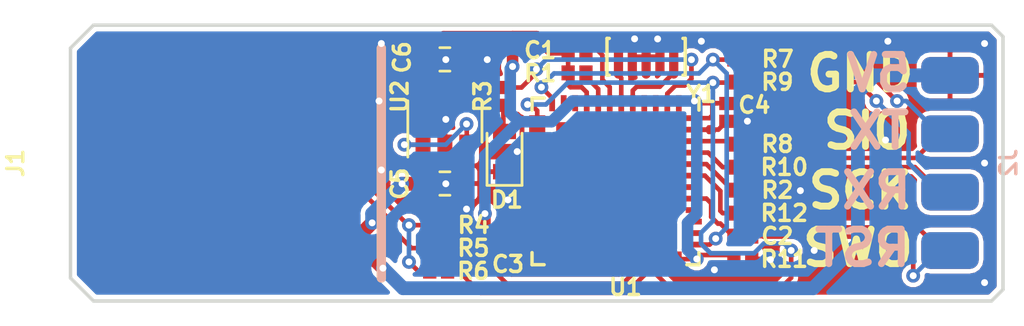
<source format=kicad_pcb>
(kicad_pcb (version 20171130) (host pcbnew no-vcs-found-fe62760~61~ubuntu16.04.1)

  (general
    (thickness 1.6)
    (drawings 18)
    (tracks 325)
    (zones 0)
    (modules 24)
    (nets 51)
  )

  (page A4)
  (layers
    (0 F.Cu signal)
    (31 B.Cu signal)
    (32 B.Adhes user)
    (33 F.Adhes user)
    (34 B.Paste user)
    (35 F.Paste user)
    (36 B.SilkS user)
    (37 F.SilkS user)
    (38 B.Mask user)
    (39 F.Mask user)
    (40 Dwgs.User user)
    (41 Cmts.User user)
    (42 Eco1.User user)
    (43 Eco2.User user)
    (44 Edge.Cuts user)
    (45 Margin user)
    (46 B.CrtYd user)
    (47 F.CrtYd user)
    (48 B.Fab user hide)
    (49 F.Fab user)
  )

  (setup
    (last_trace_width 0.2)
    (trace_clearance 0.2)
    (zone_clearance 0.508)
    (zone_45_only no)
    (trace_min 0.2)
    (segment_width 0.2)
    (edge_width 0.15)
    (via_size 0.6)
    (via_drill 0.3)
    (via_min_size 0.4)
    (via_min_drill 0.3)
    (uvia_size 0.3)
    (uvia_drill 0.1)
    (uvias_allowed no)
    (uvia_min_size 0.2)
    (uvia_min_drill 0.1)
    (pcb_text_width 0.3)
    (pcb_text_size 1.5 1.5)
    (mod_edge_width 0.1)
    (mod_text_size 0.7 0.7)
    (mod_text_width 0.15)
    (pad_size 1.524 1.524)
    (pad_drill 0.762)
    (pad_to_mask_clearance 0.08)
    (aux_axis_origin 0 0)
    (visible_elements FFFFFF3F)
    (pcbplotparams
      (layerselection 0x010fc_ffffffff)
      (usegerberextensions false)
      (usegerberattributes false)
      (usegerberadvancedattributes false)
      (creategerberjobfile false)
      (excludeedgelayer true)
      (linewidth 0.100000)
      (plotframeref false)
      (viasonmask false)
      (mode 1)
      (useauxorigin false)
      (hpglpennumber 1)
      (hpglpenspeed 20)
      (hpglpendiameter 15)
      (psnegative false)
      (psa4output false)
      (plotreference true)
      (plotvalue true)
      (plotinvisibletext false)
      (padsonsilk false)
      (subtractmaskfromsilk false)
      (outputformat 1)
      (mirror false)
      (drillshape 1)
      (scaleselection 1)
      (outputdirectory ""))
  )

  (net 0 "")
  (net 1 +3V3)
  (net 2 GND)
  (net 3 +5V)
  (net 4 "Net-(D1-Pad2)")
  (net 5 /DM)
  (net 6 /DP)
  (net 7 "Net-(J2-Pad2)")
  (net 8 "Net-(J2-Pad3)")
  (net 9 "Net-(J2-Pad4)")
  (net 10 "Net-(J2-Pad6)")
  (net 11 "Net-(J2-Pad7)")
  (net 12 "Net-(J2-Pad8)")
  (net 13 "Net-(R1-Pad1)")
  (net 14 "Net-(R2-Pad1)")
  (net 15 /BMP_TX)
  (net 16 /BMP_SWO)
  (net 17 /BMP_RX)
  (net 18 /BMP_SWCLK)
  (net 19 /BMP_RST)
  (net 20 /BMP_SWDIO)
  (net 21 "Net-(U1-Pad3)")
  (net 22 "Net-(U1-Pad4)")
  (net 23 "Net-(U1-Pad5)")
  (net 24 "Net-(U1-Pad6)")
  (net 25 "Net-(U1-Pad10)")
  (net 26 "Net-(U1-Pad11)")
  (net 27 "Net-(U1-Pad14)")
  (net 28 "Net-(U1-Pad15)")
  (net 29 "Net-(U1-Pad16)")
  (net 30 "Net-(U1-Pad17)")
  (net 31 "Net-(U1-Pad18)")
  (net 32 "Net-(U1-Pad19)")
  (net 33 "Net-(U1-Pad20)")
  (net 34 "Net-(U1-Pad21)")
  (net 35 "Net-(U1-Pad22)")
  (net 36 "Net-(U1-Pad25)")
  (net 37 "Net-(U1-Pad26)")
  (net 38 "Net-(U1-Pad27)")
  (net 39 "Net-(U1-Pad28)")
  (net 40 "Net-(U1-Pad29)")
  (net 41 "Net-(U1-Pad30)")
  (net 42 "Net-(U1-Pad38)")
  (net 43 "Net-(U1-Pad39)")
  (net 44 "Net-(U1-Pad40)")
  (net 45 "Net-(U1-Pad42)")
  (net 46 "Net-(U2-Pad4)")
  (net 47 /LED)
  (net 48 /DPU)
  (net 49 /DM_P)
  (net 50 /DP_P)

  (net_class Default "This is the default net class."
    (clearance 0.2)
    (trace_width 0.2)
    (via_dia 0.6)
    (via_drill 0.3)
    (uvia_dia 0.3)
    (uvia_drill 0.1)
    (add_net +3V3)
    (add_net +5V)
    (add_net /BMP_RST)
    (add_net /BMP_RX)
    (add_net /BMP_SWCLK)
    (add_net /BMP_SWDIO)
    (add_net /BMP_SWO)
    (add_net /BMP_TX)
    (add_net /DM)
    (add_net /DM_P)
    (add_net /DP)
    (add_net /DPU)
    (add_net /DP_P)
    (add_net /LED)
    (add_net GND)
    (add_net "Net-(D1-Pad2)")
    (add_net "Net-(J2-Pad2)")
    (add_net "Net-(J2-Pad3)")
    (add_net "Net-(J2-Pad4)")
    (add_net "Net-(J2-Pad6)")
    (add_net "Net-(J2-Pad7)")
    (add_net "Net-(J2-Pad8)")
    (add_net "Net-(R1-Pad1)")
    (add_net "Net-(R2-Pad1)")
    (add_net "Net-(U1-Pad10)")
    (add_net "Net-(U1-Pad11)")
    (add_net "Net-(U1-Pad14)")
    (add_net "Net-(U1-Pad15)")
    (add_net "Net-(U1-Pad16)")
    (add_net "Net-(U1-Pad17)")
    (add_net "Net-(U1-Pad18)")
    (add_net "Net-(U1-Pad19)")
    (add_net "Net-(U1-Pad20)")
    (add_net "Net-(U1-Pad21)")
    (add_net "Net-(U1-Pad22)")
    (add_net "Net-(U1-Pad25)")
    (add_net "Net-(U1-Pad26)")
    (add_net "Net-(U1-Pad27)")
    (add_net "Net-(U1-Pad28)")
    (add_net "Net-(U1-Pad29)")
    (add_net "Net-(U1-Pad3)")
    (add_net "Net-(U1-Pad30)")
    (add_net "Net-(U1-Pad38)")
    (add_net "Net-(U1-Pad39)")
    (add_net "Net-(U1-Pad4)")
    (add_net "Net-(U1-Pad40)")
    (add_net "Net-(U1-Pad42)")
    (add_net "Net-(U1-Pad5)")
    (add_net "Net-(U1-Pad6)")
    (add_net "Net-(U2-Pad4)")
  )

  (module usbpcb:USBPCB (layer F.Cu) (tedit 5A7865A6) (tstamp 5AA4B415)
    (at 84.5 106 90)
    (path /5A80B5EC)
    (fp_text reference J1 (at 0 -8.89 90) (layer F.SilkS)
      (effects (font (size 0.7 0.7) (thickness 0.15)))
    )
    (fp_text value USB_A (at 0 -7.62 90) (layer F.Fab)
      (effects (font (size 1 1) (thickness 0.15)))
    )
    (fp_line (start -5 -6.5) (end 5 -6.5) (layer F.CrtYd) (width 0.15))
    (fp_line (start 5 -6.5) (end 6 -5.5) (layer F.CrtYd) (width 0.15))
    (fp_line (start -5 -6.5) (end -6 -5.5) (layer F.CrtYd) (width 0.15))
    (fp_line (start -6 -5.5) (end -6 6.5) (layer F.CrtYd) (width 0.15))
    (fp_line (start 6 -5.5) (end 6 6.5) (layer F.CrtYd) (width 0.15))
    (fp_poly (pts (xy 2.25 -3.5) (xy 2.75 -4) (xy 4.75 -4) (xy 4.75 3.75)
      (xy 4.25 4.25) (xy -4.25 4.25) (xy -4.75 3.75) (xy -4.75 -4)
      (xy -2.75 -4) (xy -2.25 -3.5)) (layer F.Mask) (width 0.15))
    (fp_line (start 6 6.5) (end -6 6.5) (layer F.CrtYd) (width 0.15))
    (fp_line (start -6 6.5) (end 6 6.5) (layer B.CrtYd) (width 0.15))
    (fp_line (start 6 6.5) (end 6 -5.5) (layer B.CrtYd) (width 0.15))
    (fp_line (start 6 -5.5) (end 5 -6.5) (layer B.CrtYd) (width 0.15))
    (fp_line (start 5 -6.5) (end -5 -6.5) (layer B.CrtYd) (width 0.15))
    (fp_line (start -5 -6.5) (end -6 -5.5) (layer B.CrtYd) (width 0.15))
    (fp_line (start -6 -5.5) (end -6 6.5) (layer B.CrtYd) (width 0.15))
    (pad 1 smd roundrect (at -3.5 -0.5 90) (size 2 9) (layers F.Cu)(roundrect_rratio 0.25)
      (net 3 +5V))
    (pad 4 smd roundrect (at 3.5 -0.5 90) (size 2 9) (layers F.Cu)(roundrect_rratio 0.25)
      (net 2 GND))
    (pad 2 smd roundrect (at -1.15 0 90) (size 2 8) (layers F.Cu)(roundrect_rratio 0.25)
      (net 5 /DM))
    (pad 3 smd roundrect (at 1.15 0 90) (size 2 8) (layers F.Cu)(roundrect_rratio 0.25)
      (net 6 /DP))
  )

  (module Capacitor_SMD:C_0402_1005Metric (layer F.Cu) (tedit 5A002D62) (tstamp 5A78B997)
    (at 100 102.077172)
    (descr "Capacitor SMD 0402 (1005 Metric), square (rectangular) end terminal, IPC_7351 nominal, (Body size source: http://www.tortai-tech.com/upload/download/2011102023233369053.pdf), generated with kicad-footprint-generator")
    (tags capacitor)
    (path /5A784B2B)
    (attr smd)
    (fp_text reference C1 (at -1.6 -0.977172) (layer F.SilkS)
      (effects (font (size 0.7 0.7) (thickness 0.15)))
    )
    (fp_text value 100n (at 0 1.5) (layer F.Fab)
      (effects (font (size 1 1) (thickness 0.15)))
    )
    (fp_line (start -0.5 0.25) (end -0.5 -0.25) (layer F.Fab) (width 0.1))
    (fp_line (start -0.5 -0.25) (end 0.5 -0.25) (layer F.Fab) (width 0.1))
    (fp_line (start 0.5 -0.25) (end 0.5 0.25) (layer F.Fab) (width 0.1))
    (fp_line (start 0.5 0.25) (end -0.5 0.25) (layer F.Fab) (width 0.1))
    (fp_line (start -0.82 0.48) (end -0.82 -0.48) (layer F.CrtYd) (width 0.05))
    (fp_line (start -0.82 -0.48) (end 0.82 -0.48) (layer F.CrtYd) (width 0.05))
    (fp_line (start 0.82 -0.48) (end 0.82 0.48) (layer F.CrtYd) (width 0.05))
    (fp_line (start 0.82 0.48) (end -0.82 0.48) (layer F.CrtYd) (width 0.05))
    (fp_text user %R (at 0 -0.88) (layer F.Fab)
      (effects (font (size 0.5 0.5) (thickness 0.08)))
    )
    (pad 1 smd rect (at -0.3875 0) (size 0.575 0.65) (layers F.Cu F.Paste F.Mask)
      (net 1 +3V3))
    (pad 2 smd rect (at 0.3875 0) (size 0.575 0.65) (layers F.Cu F.Paste F.Mask)
      (net 2 GND))
    (model ${KISYS3DMOD}/Capacitor_SMD.3dshapes/C_0402_1005Metric.wrl
      (at (xyz 0 0 0))
      (scale (xyz 1 1 1))
      (rotate (xyz 0 0 0))
    )
  )

  (module Capacitor_SMD:C_0402_1005Metric (layer F.Cu) (tedit 5A002D62) (tstamp 5A78B9EB)
    (at 107.2 110.177172)
    (descr "Capacitor SMD 0402 (1005 Metric), square (rectangular) end terminal, IPC_7351 nominal, (Body size source: http://www.tortai-tech.com/upload/download/2011102023233369053.pdf), generated with kicad-footprint-generator")
    (tags capacitor)
    (path /5A784B05)
    (attr smd)
    (fp_text reference C2 (at 1.5 -1) (layer F.SilkS)
      (effects (font (size 0.7 0.7) (thickness 0.15)))
    )
    (fp_text value 100n (at 0 1.5) (layer F.Fab)
      (effects (font (size 1 1) (thickness 0.15)))
    )
    (fp_text user %R (at 0 -0.88) (layer F.Fab)
      (effects (font (size 0.5 0.5) (thickness 0.08)))
    )
    (fp_line (start 0.82 0.48) (end -0.82 0.48) (layer F.CrtYd) (width 0.05))
    (fp_line (start 0.82 -0.48) (end 0.82 0.48) (layer F.CrtYd) (width 0.05))
    (fp_line (start -0.82 -0.48) (end 0.82 -0.48) (layer F.CrtYd) (width 0.05))
    (fp_line (start -0.82 0.48) (end -0.82 -0.48) (layer F.CrtYd) (width 0.05))
    (fp_line (start 0.5 0.25) (end -0.5 0.25) (layer F.Fab) (width 0.1))
    (fp_line (start 0.5 -0.25) (end 0.5 0.25) (layer F.Fab) (width 0.1))
    (fp_line (start -0.5 -0.25) (end 0.5 -0.25) (layer F.Fab) (width 0.1))
    (fp_line (start -0.5 0.25) (end -0.5 -0.25) (layer F.Fab) (width 0.1))
    (pad 2 smd rect (at 0.3875 0) (size 0.575 0.65) (layers F.Cu F.Paste F.Mask)
      (net 2 GND))
    (pad 1 smd rect (at -0.3875 0) (size 0.575 0.65) (layers F.Cu F.Paste F.Mask)
      (net 1 +3V3))
    (model ${KISYS3DMOD}/Capacitor_SMD.3dshapes/C_0402_1005Metric.wrl
      (at (xyz 0 0 0))
      (scale (xyz 1 1 1))
      (rotate (xyz 0 0 0))
    )
  )

  (module Capacitor_SMD:C_0402_1005Metric (layer F.Cu) (tedit 5A002D62) (tstamp 5A78B9C1)
    (at 97 109 90)
    (descr "Capacitor SMD 0402 (1005 Metric), square (rectangular) end terminal, IPC_7351 nominal, (Body size source: http://www.tortai-tech.com/upload/download/2011102023233369053.pdf), generated with kicad-footprint-generator")
    (tags capacitor)
    (path /5A784AE5)
    (attr smd)
    (fp_text reference C3 (at -1.4 0) (layer F.SilkS)
      (effects (font (size 0.7 0.7) (thickness 0.15)))
    )
    (fp_text value 100n (at 0 1.5 90) (layer F.Fab)
      (effects (font (size 1 1) (thickness 0.15)))
    )
    (fp_line (start -0.5 0.25) (end -0.5 -0.25) (layer F.Fab) (width 0.1))
    (fp_line (start -0.5 -0.25) (end 0.5 -0.25) (layer F.Fab) (width 0.1))
    (fp_line (start 0.5 -0.25) (end 0.5 0.25) (layer F.Fab) (width 0.1))
    (fp_line (start 0.5 0.25) (end -0.5 0.25) (layer F.Fab) (width 0.1))
    (fp_line (start -0.82 0.48) (end -0.82 -0.48) (layer F.CrtYd) (width 0.05))
    (fp_line (start -0.82 -0.48) (end 0.82 -0.48) (layer F.CrtYd) (width 0.05))
    (fp_line (start 0.82 -0.48) (end 0.82 0.48) (layer F.CrtYd) (width 0.05))
    (fp_line (start 0.82 0.48) (end -0.82 0.48) (layer F.CrtYd) (width 0.05))
    (fp_text user %R (at 0 -0.88 90) (layer F.Fab)
      (effects (font (size 0.5 0.5) (thickness 0.08)))
    )
    (pad 1 smd rect (at -0.3875 0 90) (size 0.575 0.65) (layers F.Cu F.Paste F.Mask)
      (net 1 +3V3))
    (pad 2 smd rect (at 0.3875 0 90) (size 0.575 0.65) (layers F.Cu F.Paste F.Mask)
      (net 2 GND))
    (model ${KISYS3DMOD}/Capacitor_SMD.3dshapes/C_0402_1005Metric.wrl
      (at (xyz 0 0 0))
      (scale (xyz 1 1 1))
      (rotate (xyz 0 0 0))
    )
  )

  (module Capacitor_SMD:C_0402_1005Metric (layer F.Cu) (tedit 5A002D62) (tstamp 5A78B96D)
    (at 106.5 103.795947 270)
    (descr "Capacitor SMD 0402 (1005 Metric), square (rectangular) end terminal, IPC_7351 nominal, (Body size source: http://www.tortai-tech.com/upload/download/2011102023233369053.pdf), generated with kicad-footprint-generator")
    (tags capacitor)
    (path /5A784881)
    (attr smd)
    (fp_text reference C4 (at -0.318775 -1.2 180) (layer F.SilkS)
      (effects (font (size 0.7 0.7) (thickness 0.15)))
    )
    (fp_text value 100n (at 0 1.5 270) (layer F.Fab)
      (effects (font (size 1 1) (thickness 0.15)))
    )
    (fp_text user %R (at 0 -0.88 270) (layer F.Fab)
      (effects (font (size 0.5 0.5) (thickness 0.08)))
    )
    (fp_line (start 0.82 0.48) (end -0.82 0.48) (layer F.CrtYd) (width 0.05))
    (fp_line (start 0.82 -0.48) (end 0.82 0.48) (layer F.CrtYd) (width 0.05))
    (fp_line (start -0.82 -0.48) (end 0.82 -0.48) (layer F.CrtYd) (width 0.05))
    (fp_line (start -0.82 0.48) (end -0.82 -0.48) (layer F.CrtYd) (width 0.05))
    (fp_line (start 0.5 0.25) (end -0.5 0.25) (layer F.Fab) (width 0.1))
    (fp_line (start 0.5 -0.25) (end 0.5 0.25) (layer F.Fab) (width 0.1))
    (fp_line (start -0.5 -0.25) (end 0.5 -0.25) (layer F.Fab) (width 0.1))
    (fp_line (start -0.5 0.25) (end -0.5 -0.25) (layer F.Fab) (width 0.1))
    (pad 2 smd rect (at 0.3875 0 270) (size 0.575 0.65) (layers F.Cu F.Paste F.Mask)
      (net 2 GND))
    (pad 1 smd rect (at -0.3875 0 270) (size 0.575 0.65) (layers F.Cu F.Paste F.Mask)
      (net 1 +3V3))
    (model ${KISYS3DMOD}/Capacitor_SMD.3dshapes/C_0402_1005Metric.wrl
      (at (xyz 0 0 0))
      (scale (xyz 1 1 1))
      (rotate (xyz 0 0 0))
    )
  )

  (module Capacitor_SMD:C_0603_1608Metric (layer F.Cu) (tedit 59FE48B8) (tstamp 5A78C376)
    (at 94.26 106.89)
    (descr "Capacitor SMD 0603 (1608 Metric), square (rectangular) end terminal, IPC_7351 nominal, (Body size source: http://www.tortai-tech.com/upload/download/2011102023233369053.pdf), generated with kicad-footprint-generator")
    (tags capacitor)
    (path /5A787D99)
    (attr smd)
    (fp_text reference C5 (at -1.96 0.01 90) (layer F.SilkS)
      (effects (font (size 0.7 0.7) (thickness 0.15)))
    )
    (fp_text value 10u (at 0 1.65) (layer F.Fab)
      (effects (font (size 1 1) (thickness 0.15)))
    )
    (fp_text user %R (at 0 0) (layer F.Fab)
      (effects (font (size 0.5 0.5) (thickness 0.08)))
    )
    (fp_line (start 1.46 0.75) (end -1.46 0.75) (layer F.CrtYd) (width 0.05))
    (fp_line (start 1.46 -0.75) (end 1.46 0.75) (layer F.CrtYd) (width 0.05))
    (fp_line (start -1.46 -0.75) (end 1.46 -0.75) (layer F.CrtYd) (width 0.05))
    (fp_line (start -1.46 0.75) (end -1.46 -0.75) (layer F.CrtYd) (width 0.05))
    (fp_line (start -0.22 0.51) (end 0.22 0.51) (layer F.SilkS) (width 0.12))
    (fp_line (start -0.22 -0.51) (end 0.22 -0.51) (layer F.SilkS) (width 0.12))
    (fp_line (start 0.8 0.4) (end -0.8 0.4) (layer F.Fab) (width 0.1))
    (fp_line (start 0.8 -0.4) (end 0.8 0.4) (layer F.Fab) (width 0.1))
    (fp_line (start -0.8 -0.4) (end 0.8 -0.4) (layer F.Fab) (width 0.1))
    (fp_line (start -0.8 0.4) (end -0.8 -0.4) (layer F.Fab) (width 0.1))
    (pad 2 smd rect (at 0.875 0) (size 0.67 1) (layers F.Cu F.Paste F.Mask)
      (net 2 GND))
    (pad 1 smd rect (at -0.875 0) (size 0.67 1) (layers F.Cu F.Paste F.Mask)
      (net 3 +5V))
    (model ${KISYS3DMOD}/Capacitor_SMD.3dshapes/C_0603_1608Metric.wrl
      (at (xyz 0 0 0))
      (scale (xyz 1 1 1))
      (rotate (xyz 0 0 0))
    )
  )

  (module Capacitor_SMD:C_0603_1608Metric (layer F.Cu) (tedit 59FE48B8) (tstamp 5A78B6CF)
    (at 94.26 101.49)
    (descr "Capacitor SMD 0603 (1608 Metric), square (rectangular) end terminal, IPC_7351 nominal, (Body size source: http://www.tortai-tech.com/upload/download/2011102023233369053.pdf), generated with kicad-footprint-generator")
    (tags capacitor)
    (path /5A788416)
    (attr smd)
    (fp_text reference C6 (at -1.86 -0.09 90) (layer F.SilkS)
      (effects (font (size 0.7 0.7) (thickness 0.15)))
    )
    (fp_text value 10u (at 0 1.65) (layer F.Fab)
      (effects (font (size 1 1) (thickness 0.15)))
    )
    (fp_line (start -0.8 0.4) (end -0.8 -0.4) (layer F.Fab) (width 0.1))
    (fp_line (start -0.8 -0.4) (end 0.8 -0.4) (layer F.Fab) (width 0.1))
    (fp_line (start 0.8 -0.4) (end 0.8 0.4) (layer F.Fab) (width 0.1))
    (fp_line (start 0.8 0.4) (end -0.8 0.4) (layer F.Fab) (width 0.1))
    (fp_line (start -0.22 -0.51) (end 0.22 -0.51) (layer F.SilkS) (width 0.12))
    (fp_line (start -0.22 0.51) (end 0.22 0.51) (layer F.SilkS) (width 0.12))
    (fp_line (start -1.46 0.75) (end -1.46 -0.75) (layer F.CrtYd) (width 0.05))
    (fp_line (start -1.46 -0.75) (end 1.46 -0.75) (layer F.CrtYd) (width 0.05))
    (fp_line (start 1.46 -0.75) (end 1.46 0.75) (layer F.CrtYd) (width 0.05))
    (fp_line (start 1.46 0.75) (end -1.46 0.75) (layer F.CrtYd) (width 0.05))
    (fp_text user %R (at 0 0) (layer F.Fab)
      (effects (font (size 0.5 0.5) (thickness 0.08)))
    )
    (pad 1 smd rect (at -0.875 0) (size 0.67 1) (layers F.Cu F.Paste F.Mask)
      (net 1 +3V3))
    (pad 2 smd rect (at 0.875 0) (size 0.67 1) (layers F.Cu F.Paste F.Mask)
      (net 2 GND))
    (model ${KISYS3DMOD}/Capacitor_SMD.3dshapes/C_0603_1608Metric.wrl
      (at (xyz 0 0 0))
      (scale (xyz 1 1 1))
      (rotate (xyz 0 0 0))
    )
  )

  (module Diode_SMD:D_0603_1608Metric (layer F.Cu) (tedit 5A00A67B) (tstamp 5A78B019)
    (at 96.85 105.5 90)
    (descr "Diode SMD 0603 (1608 Metric), square (rectangular) end terminal, IPC_7351 nominal, (Body size source: http://www.tortai-tech.com/upload/download/2011102023233369053.pdf), generated with kicad-footprint-generator")
    (tags diode)
    (path /5A7A3B34)
    (attr smd)
    (fp_text reference D1 (at -2.1 0.1 180) (layer F.SilkS)
      (effects (font (size 0.7 0.7) (thickness 0.15)))
    )
    (fp_text value YELLOW (at 0 1.65 90) (layer F.Fab)
      (effects (font (size 1 1) (thickness 0.15)))
    )
    (fp_line (start 0.8 -0.4) (end -0.5 -0.4) (layer F.Fab) (width 0.1))
    (fp_line (start -0.5 -0.4) (end -0.8 -0.1) (layer F.Fab) (width 0.1))
    (fp_line (start -0.8 -0.1) (end -0.8 0.4) (layer F.Fab) (width 0.1))
    (fp_line (start -0.8 0.4) (end 0.8 0.4) (layer F.Fab) (width 0.1))
    (fp_line (start 0.8 0.4) (end 0.8 -0.4) (layer F.Fab) (width 0.1))
    (fp_line (start 0.8 -0.76) (end -1.47 -0.76) (layer F.SilkS) (width 0.12))
    (fp_line (start -1.47 -0.76) (end -1.47 0.76) (layer F.SilkS) (width 0.12))
    (fp_line (start -1.47 0.76) (end 0.8 0.76) (layer F.SilkS) (width 0.12))
    (fp_line (start -1.46 0.75) (end -1.46 -0.75) (layer F.CrtYd) (width 0.05))
    (fp_line (start -1.46 -0.75) (end 1.46 -0.75) (layer F.CrtYd) (width 0.05))
    (fp_line (start 1.46 -0.75) (end 1.46 0.75) (layer F.CrtYd) (width 0.05))
    (fp_line (start 1.46 0.75) (end -1.46 0.75) (layer F.CrtYd) (width 0.05))
    (fp_text user %R (at 0 0 90) (layer F.Fab)
      (effects (font (size 0.5 0.5) (thickness 0.08)))
    )
    (pad 1 smd rect (at -0.875 0 90) (size 0.67 1) (layers F.Cu F.Paste F.Mask)
      (net 2 GND))
    (pad 2 smd rect (at 0.875 0 90) (size 0.67 1) (layers F.Cu F.Paste F.Mask)
      (net 4 "Net-(D1-Pad2)"))
    (model ${KISYS3DMOD}/Diode_SMD.3dshapes/D_0603_1608Metric.wrl
      (at (xyz 0 0 0))
      (scale (xyz 1 1 1))
      (rotate (xyz 0 0 0))
    )
  )

  (module ubmp:2x5_2.54mm_side (layer B.Cu) (tedit 5A786C3E) (tstamp 5A78BA12)
    (at 116.2 105.995364 270)
    (path /5A7B34FC)
    (fp_text reference J2 (at 0 -2.54 270) (layer B.SilkS)
      (effects (font (size 0.7 0.7) (thickness 0.15)) (justify mirror))
    )
    (fp_text value Conn_02x04_Top_Bottom (at 0 2.54 270) (layer B.Fab)
      (effects (font (size 1 1) (thickness 0.15)) (justify mirror))
    )
    (pad 1 smd roundrect (at -3.81 0 270) (size 1.6 2.5) (layers B.Cu B.Mask)(roundrect_rratio 0.25)
      (net 3 +5V))
    (pad 2 smd roundrect (at -1.27 0 270) (size 1.6 2.5) (layers B.Cu B.Mask)(roundrect_rratio 0.25)
      (net 7 "Net-(J2-Pad2)"))
    (pad 3 smd roundrect (at 1.27 0 270) (size 1.6 2.5) (layers B.Cu B.Mask)(roundrect_rratio 0.25)
      (net 8 "Net-(J2-Pad3)"))
    (pad 4 smd roundrect (at 3.81 0 270) (size 1.6 2.5) (layers B.Cu B.Mask)(roundrect_rratio 0.25)
      (net 9 "Net-(J2-Pad4)"))
    (pad 5 smd roundrect (at -3.81 0 270) (size 1.6 2.5) (layers F.Cu F.Mask)(roundrect_rratio 0.25)
      (net 2 GND))
    (pad 6 smd roundrect (at -1.27 0 270) (size 1.6 2.5) (layers F.Cu F.Mask)(roundrect_rratio 0.25)
      (net 10 "Net-(J2-Pad6)"))
    (pad 7 smd roundrect (at 1.27 0 270) (size 1.6 2.5) (layers F.Cu F.Mask)(roundrect_rratio 0.25)
      (net 11 "Net-(J2-Pad7)"))
    (pad 8 smd roundrect (at 3.81 0 270) (size 1.6 2.5) (layers F.Cu F.Mask)(roundrect_rratio 0.25)
      (net 12 "Net-(J2-Pad8)"))
  )

  (module Resistor_SMD:R_0402_1005Metric (layer F.Cu) (tedit 5A002D62) (tstamp 5A78B6A3)
    (at 100 101.077172 180)
    (descr "Resistor SMD 0402 (1005 Metric), square (rectangular) end terminal, IPC_7351 nominal, (Body size source: http://www.tortai-tech.com/upload/download/2011102023233369053.pdf), generated with kicad-footprint-generator")
    (tags resistor)
    (path /5A7A5FC3)
    (attr smd)
    (fp_text reference R1 (at 1.6 -1.022828 180) (layer F.SilkS)
      (effects (font (size 0.7 0.7) (thickness 0.15)))
    )
    (fp_text value 1.5k (at 0.219762 1.3225 180) (layer F.Fab)
      (effects (font (size 1 1) (thickness 0.15)))
    )
    (fp_text user %R (at 0 -0.88 180) (layer F.Fab)
      (effects (font (size 0.5 0.5) (thickness 0.08)))
    )
    (fp_line (start 0.82 0.48) (end -0.82 0.48) (layer F.CrtYd) (width 0.05))
    (fp_line (start 0.82 -0.48) (end 0.82 0.48) (layer F.CrtYd) (width 0.05))
    (fp_line (start -0.82 -0.48) (end 0.82 -0.48) (layer F.CrtYd) (width 0.05))
    (fp_line (start -0.82 0.48) (end -0.82 -0.48) (layer F.CrtYd) (width 0.05))
    (fp_line (start 0.5 0.25) (end -0.5 0.25) (layer F.Fab) (width 0.1))
    (fp_line (start 0.5 -0.25) (end 0.5 0.25) (layer F.Fab) (width 0.1))
    (fp_line (start -0.5 -0.25) (end 0.5 -0.25) (layer F.Fab) (width 0.1))
    (fp_line (start -0.5 0.25) (end -0.5 -0.25) (layer F.Fab) (width 0.1))
    (pad 2 smd rect (at 0.3875 0 180) (size 0.575 0.65) (layers F.Cu F.Paste F.Mask)
      (net 1 +3V3))
    (pad 1 smd rect (at -0.3875 0 180) (size 0.575 0.65) (layers F.Cu F.Paste F.Mask)
      (net 13 "Net-(R1-Pad1)"))
    (model ${KISYS3DMOD}/Resistor_SMD.3dshapes/R_0402_1005Metric.wrl
      (at (xyz 0 0 0))
      (scale (xyz 1 1 1))
      (rotate (xyz 0 0 0))
    )
  )

  (module Resistor_SMD:R_0402_1005Metric (layer F.Cu) (tedit 5A002D62) (tstamp 5A78B679)
    (at 107.2 107.177172)
    (descr "Resistor SMD 0402 (1005 Metric), square (rectangular) end terminal, IPC_7351 nominal, (Body size source: http://www.tortai-tech.com/upload/download/2011102023233369053.pdf), generated with kicad-footprint-generator")
    (tags resistor)
    (path /5A7A5D78)
    (attr smd)
    (fp_text reference R2 (at 1.5 0) (layer F.SilkS)
      (effects (font (size 0.7 0.7) (thickness 0.15)))
    )
    (fp_text value 1.5k (at 0 1.5) (layer F.Fab)
      (effects (font (size 1 1) (thickness 0.15)))
    )
    (fp_line (start -0.5 0.25) (end -0.5 -0.25) (layer F.Fab) (width 0.1))
    (fp_line (start -0.5 -0.25) (end 0.5 -0.25) (layer F.Fab) (width 0.1))
    (fp_line (start 0.5 -0.25) (end 0.5 0.25) (layer F.Fab) (width 0.1))
    (fp_line (start 0.5 0.25) (end -0.5 0.25) (layer F.Fab) (width 0.1))
    (fp_line (start -0.82 0.48) (end -0.82 -0.48) (layer F.CrtYd) (width 0.05))
    (fp_line (start -0.82 -0.48) (end 0.82 -0.48) (layer F.CrtYd) (width 0.05))
    (fp_line (start 0.82 -0.48) (end 0.82 0.48) (layer F.CrtYd) (width 0.05))
    (fp_line (start 0.82 0.48) (end -0.82 0.48) (layer F.CrtYd) (width 0.05))
    (fp_text user %R (at 0 -0.88) (layer F.Fab)
      (effects (font (size 0.5 0.5) (thickness 0.08)))
    )
    (pad 1 smd rect (at -0.3875 0) (size 0.575 0.65) (layers F.Cu F.Paste F.Mask)
      (net 14 "Net-(R2-Pad1)"))
    (pad 2 smd rect (at 0.3875 0) (size 0.575 0.65) (layers F.Cu F.Paste F.Mask)
      (net 2 GND))
    (model ${KISYS3DMOD}/Resistor_SMD.3dshapes/R_0402_1005Metric.wrl
      (at (xyz 0 0 0))
      (scale (xyz 1 1 1))
      (rotate (xyz 0 0 0))
    )
  )

  (module Resistor_SMD:R_0402_1005Metric (layer F.Cu) (tedit 5A002D62) (tstamp 5A78C0F5)
    (at 96.8 103.1 270)
    (descr "Resistor SMD 0402 (1005 Metric), square (rectangular) end terminal, IPC_7351 nominal, (Body size source: http://www.tortai-tech.com/upload/download/2011102023233369053.pdf), generated with kicad-footprint-generator")
    (tags resistor)
    (path /5A7A36D6)
    (attr smd)
    (fp_text reference R3 (at 0 0.9 90) (layer F.SilkS)
      (effects (font (size 0.7 0.7) (thickness 0.15)))
    )
    (fp_text value 470 (at 0 1.5 270) (layer F.Fab)
      (effects (font (size 1 1) (thickness 0.15)))
    )
    (fp_line (start -0.5 0.25) (end -0.5 -0.25) (layer F.Fab) (width 0.1))
    (fp_line (start -0.5 -0.25) (end 0.5 -0.25) (layer F.Fab) (width 0.1))
    (fp_line (start 0.5 -0.25) (end 0.5 0.25) (layer F.Fab) (width 0.1))
    (fp_line (start 0.5 0.25) (end -0.5 0.25) (layer F.Fab) (width 0.1))
    (fp_line (start -0.82 0.48) (end -0.82 -0.48) (layer F.CrtYd) (width 0.05))
    (fp_line (start -0.82 -0.48) (end 0.82 -0.48) (layer F.CrtYd) (width 0.05))
    (fp_line (start 0.82 -0.48) (end 0.82 0.48) (layer F.CrtYd) (width 0.05))
    (fp_line (start 0.82 0.48) (end -0.82 0.48) (layer F.CrtYd) (width 0.05))
    (fp_text user %R (at 0 -0.88 270) (layer F.Fab)
      (effects (font (size 0.5 0.5) (thickness 0.08)))
    )
    (pad 1 smd rect (at -0.3875 0 270) (size 0.575 0.65) (layers F.Cu F.Paste F.Mask)
      (net 47 /LED))
    (pad 2 smd rect (at 0.3875 0 270) (size 0.575 0.65) (layers F.Cu F.Paste F.Mask)
      (net 4 "Net-(D1-Pad2)"))
    (model ${KISYS3DMOD}/Resistor_SMD.3dshapes/R_0402_1005Metric.wrl
      (at (xyz 0 0 0))
      (scale (xyz 1 1 1))
      (rotate (xyz 0 0 0))
    )
  )

  (module Resistor_SMD:R_0402_1005Metric (layer F.Cu) (tedit 5A002D62) (tstamp 5A78B4C9)
    (at 94 108.7)
    (descr "Resistor SMD 0402 (1005 Metric), square (rectangular) end terminal, IPC_7351 nominal, (Body size source: http://www.tortai-tech.com/upload/download/2011102023233369053.pdf), generated with kicad-footprint-generator")
    (tags resistor)
    (path /5A7902A1)
    (attr smd)
    (fp_text reference R4 (at 1.51 0) (layer F.SilkS)
      (effects (font (size 0.7 0.7) (thickness 0.15)))
    )
    (fp_text value 1.5k (at 0 1.5) (layer F.Fab)
      (effects (font (size 1 1) (thickness 0.15)))
    )
    (fp_text user %R (at 0 -0.88) (layer F.Fab)
      (effects (font (size 0.5 0.5) (thickness 0.08)))
    )
    (fp_line (start 0.82 0.48) (end -0.82 0.48) (layer F.CrtYd) (width 0.05))
    (fp_line (start 0.82 -0.48) (end 0.82 0.48) (layer F.CrtYd) (width 0.05))
    (fp_line (start -0.82 -0.48) (end 0.82 -0.48) (layer F.CrtYd) (width 0.05))
    (fp_line (start -0.82 0.48) (end -0.82 -0.48) (layer F.CrtYd) (width 0.05))
    (fp_line (start 0.5 0.25) (end -0.5 0.25) (layer F.Fab) (width 0.1))
    (fp_line (start 0.5 -0.25) (end 0.5 0.25) (layer F.Fab) (width 0.1))
    (fp_line (start -0.5 -0.25) (end 0.5 -0.25) (layer F.Fab) (width 0.1))
    (fp_line (start -0.5 0.25) (end -0.5 -0.25) (layer F.Fab) (width 0.1))
    (pad 2 smd rect (at 0.3875 0) (size 0.575 0.65) (layers F.Cu F.Paste F.Mask)
      (net 48 /DPU))
    (pad 1 smd rect (at -0.3875 0) (size 0.575 0.65) (layers F.Cu F.Paste F.Mask)
      (net 6 /DP))
    (model ${KISYS3DMOD}/Resistor_SMD.3dshapes/R_0402_1005Metric.wrl
      (at (xyz 0 0 0))
      (scale (xyz 1 1 1))
      (rotate (xyz 0 0 0))
    )
  )

  (module Resistor_SMD:R_0402_1005Metric (layer F.Cu) (tedit 5A002D62) (tstamp 5A78B46F)
    (at 93.99 109.7)
    (descr "Resistor SMD 0402 (1005 Metric), square (rectangular) end terminal, IPC_7351 nominal, (Body size source: http://www.tortai-tech.com/upload/download/2011102023233369053.pdf), generated with kicad-footprint-generator")
    (tags resistor)
    (path /5A790410)
    (attr smd)
    (fp_text reference R5 (at 1.51 0) (layer F.SilkS)
      (effects (font (size 0.7 0.7) (thickness 0.15)))
    )
    (fp_text value 22 (at 0 1.5) (layer F.Fab)
      (effects (font (size 1 1) (thickness 0.15)))
    )
    (fp_text user %R (at 0 -0.88) (layer F.Fab)
      (effects (font (size 0.5 0.5) (thickness 0.08)))
    )
    (fp_line (start 0.82 0.48) (end -0.82 0.48) (layer F.CrtYd) (width 0.05))
    (fp_line (start 0.82 -0.48) (end 0.82 0.48) (layer F.CrtYd) (width 0.05))
    (fp_line (start -0.82 -0.48) (end 0.82 -0.48) (layer F.CrtYd) (width 0.05))
    (fp_line (start -0.82 0.48) (end -0.82 -0.48) (layer F.CrtYd) (width 0.05))
    (fp_line (start 0.5 0.25) (end -0.5 0.25) (layer F.Fab) (width 0.1))
    (fp_line (start 0.5 -0.25) (end 0.5 0.25) (layer F.Fab) (width 0.1))
    (fp_line (start -0.5 -0.25) (end 0.5 -0.25) (layer F.Fab) (width 0.1))
    (fp_line (start -0.5 0.25) (end -0.5 -0.25) (layer F.Fab) (width 0.1))
    (pad 2 smd rect (at 0.3875 0) (size 0.575 0.65) (layers F.Cu F.Paste F.Mask)
      (net 49 /DM_P))
    (pad 1 smd rect (at -0.3875 0) (size 0.575 0.65) (layers F.Cu F.Paste F.Mask)
      (net 5 /DM))
    (model ${KISYS3DMOD}/Resistor_SMD.3dshapes/R_0402_1005Metric.wrl
      (at (xyz 0 0 0))
      (scale (xyz 1 1 1))
      (rotate (xyz 0 0 0))
    )
  )

  (module Resistor_SMD:R_0402_1005Metric (layer F.Cu) (tedit 5A002D62) (tstamp 5A78B757)
    (at 93.99 110.7)
    (descr "Resistor SMD 0402 (1005 Metric), square (rectangular) end terminal, IPC_7351 nominal, (Body size source: http://www.tortai-tech.com/upload/download/2011102023233369053.pdf), generated with kicad-footprint-generator")
    (tags resistor)
    (path /5A79043C)
    (attr smd)
    (fp_text reference R6 (at 1.5 0) (layer F.SilkS)
      (effects (font (size 0.7 0.7) (thickness 0.15)))
    )
    (fp_text value 22 (at 0 1.5) (layer F.Fab)
      (effects (font (size 1 1) (thickness 0.15)))
    )
    (fp_line (start -0.5 0.25) (end -0.5 -0.25) (layer F.Fab) (width 0.1))
    (fp_line (start -0.5 -0.25) (end 0.5 -0.25) (layer F.Fab) (width 0.1))
    (fp_line (start 0.5 -0.25) (end 0.5 0.25) (layer F.Fab) (width 0.1))
    (fp_line (start 0.5 0.25) (end -0.5 0.25) (layer F.Fab) (width 0.1))
    (fp_line (start -0.82 0.48) (end -0.82 -0.48) (layer F.CrtYd) (width 0.05))
    (fp_line (start -0.82 -0.48) (end 0.82 -0.48) (layer F.CrtYd) (width 0.05))
    (fp_line (start 0.82 -0.48) (end 0.82 0.48) (layer F.CrtYd) (width 0.05))
    (fp_line (start 0.82 0.48) (end -0.82 0.48) (layer F.CrtYd) (width 0.05))
    (fp_text user %R (at 0.01 0.3) (layer F.Fab)
      (effects (font (size 0.5 0.5) (thickness 0.08)))
    )
    (pad 1 smd rect (at -0.3875 0) (size 0.575 0.65) (layers F.Cu F.Paste F.Mask)
      (net 6 /DP))
    (pad 2 smd rect (at 0.3875 0) (size 0.575 0.65) (layers F.Cu F.Paste F.Mask)
      (net 50 /DP_P))
    (model ${KISYS3DMOD}/Resistor_SMD.3dshapes/R_0402_1005Metric.wrl
      (at (xyz 0 0 0))
      (scale (xyz 1 1 1))
      (rotate (xyz 0 0 0))
    )
  )

  (module Resistor_SMD:R_0402_1005Metric (layer F.Cu) (tedit 5A002D62) (tstamp 5A78B72D)
    (at 107.2 101.477172 180)
    (descr "Resistor SMD 0402 (1005 Metric), square (rectangular) end terminal, IPC_7351 nominal, (Body size source: http://www.tortai-tech.com/upload/download/2011102023233369053.pdf), generated with kicad-footprint-generator")
    (tags resistor)
    (path /5A7E903B)
    (attr smd)
    (fp_text reference R7 (at -1.5125 0 180) (layer F.SilkS)
      (effects (font (size 0.7 0.7) (thickness 0.15)))
    )
    (fp_text value 100 (at 0 1.5 180) (layer F.Fab)
      (effects (font (size 1 1) (thickness 0.15)))
    )
    (fp_line (start -0.5 0.25) (end -0.5 -0.25) (layer F.Fab) (width 0.1))
    (fp_line (start -0.5 -0.25) (end 0.5 -0.25) (layer F.Fab) (width 0.1))
    (fp_line (start 0.5 -0.25) (end 0.5 0.25) (layer F.Fab) (width 0.1))
    (fp_line (start 0.5 0.25) (end -0.5 0.25) (layer F.Fab) (width 0.1))
    (fp_line (start -0.82 0.48) (end -0.82 -0.48) (layer F.CrtYd) (width 0.05))
    (fp_line (start -0.82 -0.48) (end 0.82 -0.48) (layer F.CrtYd) (width 0.05))
    (fp_line (start 0.82 -0.48) (end 0.82 0.48) (layer F.CrtYd) (width 0.05))
    (fp_line (start 0.82 0.48) (end -0.82 0.48) (layer F.CrtYd) (width 0.05))
    (fp_text user %R (at 0 -0.88 180) (layer F.Fab)
      (effects (font (size 0.5 0.5) (thickness 0.08)))
    )
    (pad 1 smd rect (at -0.3875 0 180) (size 0.575 0.65) (layers F.Cu F.Paste F.Mask)
      (net 7 "Net-(J2-Pad2)"))
    (pad 2 smd rect (at 0.3875 0 180) (size 0.575 0.65) (layers F.Cu F.Paste F.Mask)
      (net 15 /BMP_TX))
    (model ${KISYS3DMOD}/Resistor_SMD.3dshapes/R_0402_1005Metric.wrl
      (at (xyz 0 0 0))
      (scale (xyz 1 1 1))
      (rotate (xyz 0 0 0))
    )
  )

  (module Resistor_SMD:R_0402_1005Metric (layer F.Cu) (tedit 5A002D62) (tstamp 5A78B829)
    (at 107.2 105.177172)
    (descr "Resistor SMD 0402 (1005 Metric), square (rectangular) end terminal, IPC_7351 nominal, (Body size source: http://www.tortai-tech.com/upload/download/2011102023233369053.pdf), generated with kicad-footprint-generator")
    (tags resistor)
    (path /5A802B4D)
    (attr smd)
    (fp_text reference R8 (at 1.5 0) (layer F.SilkS)
      (effects (font (size 0.7 0.7) (thickness 0.15)))
    )
    (fp_text value 100 (at 0 1.5) (layer F.Fab)
      (effects (font (size 1 1) (thickness 0.15)))
    )
    (fp_text user %R (at 0 -0.88) (layer F.Fab)
      (effects (font (size 0.5 0.5) (thickness 0.08)))
    )
    (fp_line (start 0.82 0.48) (end -0.82 0.48) (layer F.CrtYd) (width 0.05))
    (fp_line (start 0.82 -0.48) (end 0.82 0.48) (layer F.CrtYd) (width 0.05))
    (fp_line (start -0.82 -0.48) (end 0.82 -0.48) (layer F.CrtYd) (width 0.05))
    (fp_line (start -0.82 0.48) (end -0.82 -0.48) (layer F.CrtYd) (width 0.05))
    (fp_line (start 0.5 0.25) (end -0.5 0.25) (layer F.Fab) (width 0.1))
    (fp_line (start 0.5 -0.25) (end 0.5 0.25) (layer F.Fab) (width 0.1))
    (fp_line (start -0.5 -0.25) (end 0.5 -0.25) (layer F.Fab) (width 0.1))
    (fp_line (start -0.5 0.25) (end -0.5 -0.25) (layer F.Fab) (width 0.1))
    (pad 2 smd rect (at 0.3875 0) (size 0.575 0.65) (layers F.Cu F.Paste F.Mask)
      (net 10 "Net-(J2-Pad6)"))
    (pad 1 smd rect (at -0.3875 0) (size 0.575 0.65) (layers F.Cu F.Paste F.Mask)
      (net 20 /BMP_SWDIO))
    (model ${KISYS3DMOD}/Resistor_SMD.3dshapes/R_0402_1005Metric.wrl
      (at (xyz 0 0 0))
      (scale (xyz 1 1 1))
      (rotate (xyz 0 0 0))
    )
  )

  (module Resistor_SMD:R_0402_1005Metric (layer F.Cu) (tedit 5A002D62) (tstamp 5A78B7FF)
    (at 107.2 102.477172 180)
    (descr "Resistor SMD 0402 (1005 Metric), square (rectangular) end terminal, IPC_7351 nominal, (Body size source: http://www.tortai-tech.com/upload/download/2011102023233369053.pdf), generated with kicad-footprint-generator")
    (tags resistor)
    (path /5A8029FF)
    (attr smd)
    (fp_text reference R9 (at -1.5 0 180) (layer F.SilkS)
      (effects (font (size 0.7 0.7) (thickness 0.15)))
    )
    (fp_text value 100 (at 0 1.5 180) (layer F.Fab)
      (effects (font (size 1 1) (thickness 0.15)))
    )
    (fp_text user %R (at 0 -0.88 180) (layer F.Fab)
      (effects (font (size 0.5 0.5) (thickness 0.08)))
    )
    (fp_line (start 0.82 0.48) (end -0.82 0.48) (layer F.CrtYd) (width 0.05))
    (fp_line (start 0.82 -0.48) (end 0.82 0.48) (layer F.CrtYd) (width 0.05))
    (fp_line (start -0.82 -0.48) (end 0.82 -0.48) (layer F.CrtYd) (width 0.05))
    (fp_line (start -0.82 0.48) (end -0.82 -0.48) (layer F.CrtYd) (width 0.05))
    (fp_line (start 0.5 0.25) (end -0.5 0.25) (layer F.Fab) (width 0.1))
    (fp_line (start 0.5 -0.25) (end 0.5 0.25) (layer F.Fab) (width 0.1))
    (fp_line (start -0.5 -0.25) (end 0.5 -0.25) (layer F.Fab) (width 0.1))
    (fp_line (start -0.5 0.25) (end -0.5 -0.25) (layer F.Fab) (width 0.1))
    (pad 2 smd rect (at 0.3875 0 180) (size 0.575 0.65) (layers F.Cu F.Paste F.Mask)
      (net 17 /BMP_RX))
    (pad 1 smd rect (at -0.3875 0 180) (size 0.575 0.65) (layers F.Cu F.Paste F.Mask)
      (net 8 "Net-(J2-Pad3)"))
    (model ${KISYS3DMOD}/Resistor_SMD.3dshapes/R_0402_1005Metric.wrl
      (at (xyz 0 0 0))
      (scale (xyz 1 1 1))
      (rotate (xyz 0 0 0))
    )
  )

  (module Resistor_SMD:R_0402_1005Metric (layer F.Cu) (tedit 5A78818F) (tstamp 5A78B7D5)
    (at 107.2 106.177172)
    (descr "Resistor SMD 0402 (1005 Metric), square (rectangular) end terminal, IPC_7351 nominal, (Body size source: http://www.tortai-tech.com/upload/download/2011102023233369053.pdf), generated with kicad-footprint-generator")
    (tags resistor)
    (path /5A802B05)
    (attr smd)
    (fp_text reference R10 (at 1.8 0) (layer F.SilkS)
      (effects (font (size 0.7 0.7) (thickness 0.15)))
    )
    (fp_text value 100 (at 0 1.5) (layer F.Fab)
      (effects (font (size 1 1) (thickness 0.15)))
    )
    (fp_line (start -0.5 0.25) (end -0.5 -0.25) (layer F.Fab) (width 0.1))
    (fp_line (start -0.5 -0.25) (end 0.5 -0.25) (layer F.Fab) (width 0.1))
    (fp_line (start 0.5 -0.25) (end 0.5 0.25) (layer F.Fab) (width 0.1))
    (fp_line (start 0.5 0.25) (end -0.5 0.25) (layer F.Fab) (width 0.1))
    (fp_line (start -0.82 0.48) (end -0.82 -0.48) (layer F.CrtYd) (width 0.05))
    (fp_line (start -0.82 -0.48) (end 0.82 -0.48) (layer F.CrtYd) (width 0.05))
    (fp_line (start 0.82 -0.48) (end 0.82 0.48) (layer F.CrtYd) (width 0.05))
    (fp_line (start 0.82 0.48) (end -0.82 0.48) (layer F.CrtYd) (width 0.05))
    (fp_text user %R (at 0 -0.88) (layer F.Fab)
      (effects (font (size 0.5 0.5) (thickness 0.08)))
    )
    (pad 1 smd rect (at -0.3875 0) (size 0.575 0.65) (layers F.Cu F.Paste F.Mask)
      (net 18 /BMP_SWCLK))
    (pad 2 smd rect (at 0.3875 0) (size 0.575 0.65) (layers F.Cu F.Paste F.Mask)
      (net 11 "Net-(J2-Pad7)"))
    (model ${KISYS3DMOD}/Resistor_SMD.3dshapes/R_0402_1005Metric.wrl
      (at (xyz 0 0 0))
      (scale (xyz 1 1 1))
      (rotate (xyz 0 0 0))
    )
  )

  (module Resistor_SMD:R_0402_1005Metric (layer F.Cu) (tedit 5A002D62) (tstamp 5A78B7AB)
    (at 107.2 109.177172 180)
    (descr "Resistor SMD 0402 (1005 Metric), square (rectangular) end terminal, IPC_7351 nominal, (Body size source: http://www.tortai-tech.com/upload/download/2011102023233369053.pdf), generated with kicad-footprint-generator")
    (tags resistor)
    (path /5A802A53)
    (attr smd)
    (fp_text reference R11 (at -1.8 -1 180) (layer F.SilkS)
      (effects (font (size 0.7 0.7) (thickness 0.15)))
    )
    (fp_text value 100 (at 0 1.5 180) (layer F.Fab)
      (effects (font (size 1 1) (thickness 0.15)))
    )
    (fp_line (start -0.5 0.25) (end -0.5 -0.25) (layer F.Fab) (width 0.1))
    (fp_line (start -0.5 -0.25) (end 0.5 -0.25) (layer F.Fab) (width 0.1))
    (fp_line (start 0.5 -0.25) (end 0.5 0.25) (layer F.Fab) (width 0.1))
    (fp_line (start 0.5 0.25) (end -0.5 0.25) (layer F.Fab) (width 0.1))
    (fp_line (start -0.82 0.48) (end -0.82 -0.48) (layer F.CrtYd) (width 0.05))
    (fp_line (start -0.82 -0.48) (end 0.82 -0.48) (layer F.CrtYd) (width 0.05))
    (fp_line (start 0.82 -0.48) (end 0.82 0.48) (layer F.CrtYd) (width 0.05))
    (fp_line (start 0.82 0.48) (end -0.82 0.48) (layer F.CrtYd) (width 0.05))
    (fp_text user %R (at 0 -0.88 180) (layer F.Fab)
      (effects (font (size 0.5 0.5) (thickness 0.08)))
    )
    (pad 1 smd rect (at -0.3875 0 180) (size 0.575 0.65) (layers F.Cu F.Paste F.Mask)
      (net 9 "Net-(J2-Pad4)"))
    (pad 2 smd rect (at 0.3875 0 180) (size 0.575 0.65) (layers F.Cu F.Paste F.Mask)
      (net 19 /BMP_RST))
    (model ${KISYS3DMOD}/Resistor_SMD.3dshapes/R_0402_1005Metric.wrl
      (at (xyz 0 0 0))
      (scale (xyz 1 1 1))
      (rotate (xyz 0 0 0))
    )
  )

  (module Resistor_SMD:R_0402_1005Metric (layer F.Cu) (tedit 5A002D62) (tstamp 5A78B781)
    (at 107.2 108.177172)
    (descr "Resistor SMD 0402 (1005 Metric), square (rectangular) end terminal, IPC_7351 nominal, (Body size source: http://www.tortai-tech.com/upload/download/2011102023233369053.pdf), generated with kicad-footprint-generator")
    (tags resistor)
    (path /5A802A9D)
    (attr smd)
    (fp_text reference R12 (at 1.8 0) (layer F.SilkS)
      (effects (font (size 0.7 0.7) (thickness 0.15)))
    )
    (fp_text value 100 (at 0 1.5) (layer F.Fab)
      (effects (font (size 1 1) (thickness 0.15)))
    )
    (fp_text user %R (at 0 -0.88) (layer F.Fab)
      (effects (font (size 0.5 0.5) (thickness 0.08)))
    )
    (fp_line (start 0.82 0.48) (end -0.82 0.48) (layer F.CrtYd) (width 0.05))
    (fp_line (start 0.82 -0.48) (end 0.82 0.48) (layer F.CrtYd) (width 0.05))
    (fp_line (start -0.82 -0.48) (end 0.82 -0.48) (layer F.CrtYd) (width 0.05))
    (fp_line (start -0.82 0.48) (end -0.82 -0.48) (layer F.CrtYd) (width 0.05))
    (fp_line (start 0.5 0.25) (end -0.5 0.25) (layer F.Fab) (width 0.1))
    (fp_line (start 0.5 -0.25) (end 0.5 0.25) (layer F.Fab) (width 0.1))
    (fp_line (start -0.5 -0.25) (end 0.5 -0.25) (layer F.Fab) (width 0.1))
    (fp_line (start -0.5 0.25) (end -0.5 -0.25) (layer F.Fab) (width 0.1))
    (pad 2 smd rect (at 0.3875 0) (size 0.575 0.65) (layers F.Cu F.Paste F.Mask)
      (net 12 "Net-(J2-Pad8)"))
    (pad 1 smd rect (at -0.3875 0) (size 0.575 0.65) (layers F.Cu F.Paste F.Mask)
      (net 16 /BMP_SWO))
    (model ${KISYS3DMOD}/Resistor_SMD.3dshapes/R_0402_1005Metric.wrl
      (at (xyz 0 0 0))
      (scale (xyz 1 1 1))
      (rotate (xyz 0 0 0))
    )
  )

  (module Package_DFN_QFN:QFN-48-1EP_7x7mm_P0.5mm_EP5.15x5.15mm (layer F.Cu) (tedit 5A65C7AC) (tstamp 5A78B8A3)
    (at 101.669921 106.795947 270)
    (descr "UK Package; 48-Lead Plastic QFN (7mm x 7mm); (see Linear Technology QFN_48_05-08-1704.pdf)")
    (tags "QFN 0.5")
    (path /5A784725)
    (attr smd)
    (fp_text reference U1 (at 4.604053 -0.430079 180) (layer F.SilkS)
      (effects (font (size 0.7 0.7) (thickness 0.15)))
    )
    (fp_text value STM32F103CBUx (at 0 4.75 270) (layer F.Fab)
      (effects (font (size 1 1) (thickness 0.15)))
    )
    (fp_text user %R (at 0 0 270) (layer F.Fab)
      (effects (font (size 1 1) (thickness 0.15)))
    )
    (fp_line (start -2.5 -3.5) (end 3.5 -3.5) (layer F.Fab) (width 0.15))
    (fp_line (start 3.5 -3.5) (end 3.5 3.5) (layer F.Fab) (width 0.15))
    (fp_line (start 3.5 3.5) (end -3.5 3.5) (layer F.Fab) (width 0.15))
    (fp_line (start -3.5 3.5) (end -3.5 -2.5) (layer F.Fab) (width 0.15))
    (fp_line (start -3.5 -2.5) (end -2.5 -3.5) (layer F.Fab) (width 0.15))
    (fp_line (start -4 -4) (end -4 4) (layer F.CrtYd) (width 0.05))
    (fp_line (start 4 -4) (end 4 4) (layer F.CrtYd) (width 0.05))
    (fp_line (start -4 -4) (end 4 -4) (layer F.CrtYd) (width 0.05))
    (fp_line (start -4 4) (end 4 4) (layer F.CrtYd) (width 0.05))
    (fp_line (start 3.625 -3.625) (end 3.625 -3.1) (layer F.SilkS) (width 0.15))
    (fp_line (start -3.625 3.625) (end -3.625 3.1) (layer F.SilkS) (width 0.15))
    (fp_line (start 3.625 3.625) (end 3.625 3.1) (layer F.SilkS) (width 0.15))
    (fp_line (start -3.625 -3.625) (end -3.1 -3.625) (layer F.SilkS) (width 0.15))
    (fp_line (start -3.625 3.625) (end -3.1 3.625) (layer F.SilkS) (width 0.15))
    (fp_line (start 3.625 3.625) (end 3.1 3.625) (layer F.SilkS) (width 0.15))
    (fp_line (start 3.625 -3.625) (end 3.1 -3.625) (layer F.SilkS) (width 0.15))
    (pad 1 smd rect (at -3.4 -2.75 270) (size 0.7 0.25) (layers F.Cu F.Paste F.Mask)
      (net 1 +3V3))
    (pad 2 smd rect (at -3.4 -2.25 270) (size 0.7 0.25) (layers F.Cu F.Paste F.Mask)
      (net 47 /LED))
    (pad 3 smd rect (at -3.4 -1.75 270) (size 0.7 0.25) (layers F.Cu F.Paste F.Mask)
      (net 21 "Net-(U1-Pad3)"))
    (pad 4 smd rect (at -3.4 -1.25 270) (size 0.7 0.25) (layers F.Cu F.Paste F.Mask)
      (net 22 "Net-(U1-Pad4)"))
    (pad 5 smd rect (at -3.4 -0.75 270) (size 0.7 0.25) (layers F.Cu F.Paste F.Mask)
      (net 23 "Net-(U1-Pad5)"))
    (pad 6 smd rect (at -3.4 -0.25 270) (size 0.7 0.25) (layers F.Cu F.Paste F.Mask)
      (net 24 "Net-(U1-Pad6)"))
    (pad 7 smd rect (at -3.4 0.25 270) (size 0.7 0.25) (layers F.Cu F.Paste F.Mask)
      (net 13 "Net-(R1-Pad1)"))
    (pad 8 smd rect (at -3.4 0.75 270) (size 0.7 0.25) (layers F.Cu F.Paste F.Mask)
      (net 2 GND))
    (pad 9 smd rect (at -3.4 1.25 270) (size 0.7 0.25) (layers F.Cu F.Paste F.Mask)
      (net 1 +3V3))
    (pad 10 smd rect (at -3.4 1.75 270) (size 0.7 0.25) (layers F.Cu F.Paste F.Mask)
      (net 25 "Net-(U1-Pad10)"))
    (pad 11 smd rect (at -3.4 2.25 270) (size 0.7 0.25) (layers F.Cu F.Paste F.Mask)
      (net 26 "Net-(U1-Pad11)"))
    (pad 12 smd rect (at -3.4 2.75 270) (size 0.7 0.25) (layers F.Cu F.Paste F.Mask)
      (net 15 /BMP_TX))
    (pad 13 smd rect (at -2.75 3.4) (size 0.7 0.25) (layers F.Cu F.Paste F.Mask)
      (net 17 /BMP_RX))
    (pad 14 smd rect (at -2.25 3.4) (size 0.7 0.25) (layers F.Cu F.Paste F.Mask)
      (net 27 "Net-(U1-Pad14)"))
    (pad 15 smd rect (at -1.75 3.4) (size 0.7 0.25) (layers F.Cu F.Paste F.Mask)
      (net 28 "Net-(U1-Pad15)"))
    (pad 16 smd rect (at -1.25 3.4) (size 0.7 0.25) (layers F.Cu F.Paste F.Mask)
      (net 29 "Net-(U1-Pad16)"))
    (pad 17 smd rect (at -0.75 3.4) (size 0.7 0.25) (layers F.Cu F.Paste F.Mask)
      (net 30 "Net-(U1-Pad17)"))
    (pad 18 smd rect (at -0.25 3.4) (size 0.7 0.25) (layers F.Cu F.Paste F.Mask)
      (net 31 "Net-(U1-Pad18)"))
    (pad 19 smd rect (at 0.25 3.4) (size 0.7 0.25) (layers F.Cu F.Paste F.Mask)
      (net 32 "Net-(U1-Pad19)"))
    (pad 20 smd rect (at 0.75 3.4) (size 0.7 0.25) (layers F.Cu F.Paste F.Mask)
      (net 33 "Net-(U1-Pad20)"))
    (pad 21 smd rect (at 1.25 3.4) (size 0.7 0.25) (layers F.Cu F.Paste F.Mask)
      (net 34 "Net-(U1-Pad21)"))
    (pad 22 smd rect (at 1.75 3.4) (size 0.7 0.25) (layers F.Cu F.Paste F.Mask)
      (net 35 "Net-(U1-Pad22)"))
    (pad 23 smd rect (at 2.25 3.4) (size 0.7 0.25) (layers F.Cu F.Paste F.Mask)
      (net 2 GND))
    (pad 24 smd rect (at 2.75 3.4) (size 0.7 0.25) (layers F.Cu F.Paste F.Mask)
      (net 1 +3V3))
    (pad 25 smd rect (at 3.4 2.75 270) (size 0.7 0.25) (layers F.Cu F.Paste F.Mask)
      (net 36 "Net-(U1-Pad25)"))
    (pad 26 smd rect (at 3.4 2.25 270) (size 0.7 0.25) (layers F.Cu F.Paste F.Mask)
      (net 37 "Net-(U1-Pad26)"))
    (pad 27 smd rect (at 3.4 1.75 270) (size 0.7 0.25) (layers F.Cu F.Paste F.Mask)
      (net 38 "Net-(U1-Pad27)"))
    (pad 28 smd rect (at 3.4 1.25 270) (size 0.7 0.25) (layers F.Cu F.Paste F.Mask)
      (net 39 "Net-(U1-Pad28)"))
    (pad 29 smd rect (at 3.4 0.75 270) (size 0.7 0.25) (layers F.Cu F.Paste F.Mask)
      (net 40 "Net-(U1-Pad29)"))
    (pad 30 smd rect (at 3.4 0.25 270) (size 0.7 0.25) (layers F.Cu F.Paste F.Mask)
      (net 41 "Net-(U1-Pad30)"))
    (pad 31 smd rect (at 3.4 -0.25 270) (size 0.7 0.25) (layers F.Cu F.Paste F.Mask)
      (net 48 /DPU))
    (pad 32 smd rect (at 3.4 -0.75 270) (size 0.7 0.25) (layers F.Cu F.Paste F.Mask)
      (net 49 /DM_P))
    (pad 33 smd rect (at 3.4 -1.25 270) (size 0.7 0.25) (layers F.Cu F.Paste F.Mask)
      (net 50 /DP_P))
    (pad 34 smd rect (at 3.4 -1.75 270) (size 0.7 0.25) (layers F.Cu F.Paste F.Mask)
      (net 17 /BMP_RX))
    (pad 35 smd rect (at 3.4 -2.25 270) (size 0.7 0.25) (layers F.Cu F.Paste F.Mask)
      (net 2 GND))
    (pad 36 smd rect (at 3.4 -2.75 270) (size 0.7 0.25) (layers F.Cu F.Paste F.Mask)
      (net 1 +3V3))
    (pad 37 smd rect (at 2.75 -3.4) (size 0.7 0.25) (layers F.Cu F.Paste F.Mask)
      (net 15 /BMP_TX))
    (pad 38 smd rect (at 2.25 -3.4) (size 0.7 0.25) (layers F.Cu F.Paste F.Mask)
      (net 42 "Net-(U1-Pad38)"))
    (pad 39 smd rect (at 1.75 -3.4) (size 0.7 0.25) (layers F.Cu F.Paste F.Mask)
      (net 43 "Net-(U1-Pad39)"))
    (pad 40 smd rect (at 1.25 -3.4) (size 0.7 0.25) (layers F.Cu F.Paste F.Mask)
      (net 44 "Net-(U1-Pad40)"))
    (pad 41 smd rect (at 0.75 -3.4) (size 0.7 0.25) (layers F.Cu F.Paste F.Mask)
      (net 19 /BMP_RST))
    (pad 42 smd rect (at 0.25 -3.4) (size 0.7 0.25) (layers F.Cu F.Paste F.Mask)
      (net 45 "Net-(U1-Pad42)"))
    (pad 43 smd rect (at -0.25 -3.4) (size 0.7 0.25) (layers F.Cu F.Paste F.Mask)
      (net 16 /BMP_SWO))
    (pad 44 smd rect (at -0.75 -3.4) (size 0.7 0.25) (layers F.Cu F.Paste F.Mask)
      (net 14 "Net-(R2-Pad1)"))
    (pad 45 smd rect (at -1.25 -3.4) (size 0.7 0.25) (layers F.Cu F.Paste F.Mask)
      (net 18 /BMP_SWCLK))
    (pad 46 smd rect (at -1.75 -3.4) (size 0.7 0.25) (layers F.Cu F.Paste F.Mask)
      (net 20 /BMP_SWDIO))
    (pad 47 smd rect (at -2.25 -3.4) (size 0.7 0.25) (layers F.Cu F.Paste F.Mask)
      (net 2 GND))
    (pad 48 smd rect (at -2.75 -3.4) (size 0.7 0.25) (layers F.Cu F.Paste F.Mask)
      (net 1 +3V3))
    (pad "" smd rect (at 2.06 2.06 270) (size 0.83 0.83) (layers F.Paste))
    (pad 49 smd rect (at 0 0 270) (size 5.15 5.15) (layers F.Cu F.Mask)
      (net 2 GND))
    (pad "" smd rect (at 1.03 2.06 270) (size 0.83 0.83) (layers F.Paste))
    (pad "" smd rect (at 0 2.06 270) (size 0.83 0.83) (layers F.Paste))
    (pad "" smd rect (at -1.03 2.06 270) (size 0.83 0.83) (layers F.Paste))
    (pad "" smd rect (at -2.06 2.06 270) (size 0.83 0.83) (layers F.Paste))
    (pad "" smd rect (at -2.06 1.03 270) (size 0.83 0.83) (layers F.Paste))
    (pad "" smd rect (at -1.03 1.03 270) (size 0.83 0.83) (layers F.Paste))
    (pad "" smd rect (at 0 1.03 270) (size 0.83 0.83) (layers F.Paste))
    (pad "" smd rect (at 1.03 1.03 270) (size 0.83 0.83) (layers F.Paste))
    (pad "" smd rect (at 2.06 1.03 270) (size 0.83 0.83) (layers F.Paste))
    (pad "" smd rect (at -2.06 0 270) (size 0.83 0.83) (layers F.Paste))
    (pad "" smd rect (at -1.03 0 270) (size 0.83 0.83) (layers F.Paste))
    (pad "" smd rect (at 0 0 270) (size 0.83 0.83) (layers F.Paste))
    (pad "" smd rect (at 1.03 0 270) (size 0.83 0.83) (layers F.Paste))
    (pad "" smd rect (at 2.06 0 270) (size 0.83 0.83) (layers F.Paste))
    (pad "" smd rect (at -2.06 -1.03 270) (size 0.83 0.83) (layers F.Paste))
    (pad "" smd rect (at -1.03 -1.03 270) (size 0.83 0.83) (layers F.Paste))
    (pad "" smd rect (at 0 -1.03 270) (size 0.83 0.83) (layers F.Paste))
    (pad "" smd rect (at 1.03 -1.03 270) (size 0.83 0.83) (layers F.Paste))
    (pad "" smd rect (at 2.06 -1.03 270) (size 0.83 0.83) (layers F.Paste))
    (pad "" smd rect (at -2.06 -2.06 270) (size 0.83 0.83) (layers F.Paste))
    (pad "" smd rect (at -1.03 -2.06 270) (size 0.83 0.83) (layers F.Paste))
    (pad "" smd rect (at 0 -2.06 270) (size 0.83 0.83) (layers F.Paste))
    (pad "" smd rect (at 1.03 -2.06 270) (size 0.83 0.83) (layers F.Paste))
    (pad "" smd rect (at 2.06 -2.06 270) (size 0.83 0.83) (layers F.Paste))
    (model ${KISYS3DMOD}/Package_DFN_QFN.3dshapes/QFN-48-1EP_7x7mm_P0.5mm_EP5.15x5.15mm.wrl
      (at (xyz 0 0 0))
      (scale (xyz 1 1 1))
      (rotate (xyz 0 0 0))
    )
  )

  (module Package_TO_SOT_SMD:SOT-23-5 (layer F.Cu) (tedit 5A02FF57) (tstamp 5A78B577)
    (at 94.26 104.19 90)
    (descr "5-pin SOT23 package")
    (tags SOT-23-5)
    (path /5A786E94)
    (attr smd)
    (fp_text reference U2 (at 1.09 -1.96 270) (layer F.SilkS)
      (effects (font (size 0.7 0.7) (thickness 0.15)))
    )
    (fp_text value MIC5245-3.3 (at 0 2.9 90) (layer F.Fab)
      (effects (font (size 1 1) (thickness 0.15)))
    )
    (fp_text user %R (at 0 0 180) (layer F.Fab)
      (effects (font (size 0.5 0.5) (thickness 0.075)))
    )
    (fp_line (start -0.9 1.61) (end 0.9 1.61) (layer F.SilkS) (width 0.12))
    (fp_line (start 0.9 -1.61) (end -1.55 -1.61) (layer F.SilkS) (width 0.12))
    (fp_line (start -1.9 -1.8) (end 1.9 -1.8) (layer F.CrtYd) (width 0.05))
    (fp_line (start 1.9 -1.8) (end 1.9 1.8) (layer F.CrtYd) (width 0.05))
    (fp_line (start 1.9 1.8) (end -1.9 1.8) (layer F.CrtYd) (width 0.05))
    (fp_line (start -1.9 1.8) (end -1.9 -1.8) (layer F.CrtYd) (width 0.05))
    (fp_line (start -0.9 -0.9) (end -0.25 -1.55) (layer F.Fab) (width 0.1))
    (fp_line (start 0.9 -1.55) (end -0.25 -1.55) (layer F.Fab) (width 0.1))
    (fp_line (start -0.9 -0.9) (end -0.9 1.55) (layer F.Fab) (width 0.1))
    (fp_line (start 0.9 1.55) (end -0.9 1.55) (layer F.Fab) (width 0.1))
    (fp_line (start 0.9 -1.55) (end 0.9 1.55) (layer F.Fab) (width 0.1))
    (pad 1 smd rect (at -1.1 -0.95 90) (size 1.06 0.65) (layers F.Cu F.Paste F.Mask)
      (net 3 +5V))
    (pad 2 smd rect (at -1.1 0 90) (size 1.06 0.65) (layers F.Cu F.Paste F.Mask)
      (net 2 GND))
    (pad 3 smd rect (at -1.1 0.95 90) (size 1.06 0.65) (layers F.Cu F.Paste F.Mask)
      (net 3 +5V))
    (pad 4 smd rect (at 1.1 0.95 90) (size 1.06 0.65) (layers F.Cu F.Paste F.Mask)
      (net 46 "Net-(U2-Pad4)"))
    (pad 5 smd rect (at 1.1 -0.95 90) (size 1.06 0.65) (layers F.Cu F.Paste F.Mask)
      (net 1 +3V3))
    (model ${KISYS3DMOD}/Package_TO_SOT_SMD.3dshapes/SOT-23-5.wrl
      (at (xyz 0 0 0))
      (scale (xyz 1 1 1))
      (rotate (xyz 0 0 0))
    )
  )

  (module ubmp:Resonator_3pin_3.2x1.3mm (layer F.Cu) (tedit 5A786A87) (tstamp 5A78B49B)
    (at 103 101.377172 180)
    (path /5A784CF7)
    (fp_text reference Y1 (at -2.4 -1.622828 180) (layer F.SilkS)
      (effects (font (size 0.7 0.7) (thickness 0.15)))
    )
    (fp_text value PRQC8.00CR1010V00L (at 0 -3.4 180) (layer F.Fab)
      (effects (font (size 1 1) (thickness 0.15)))
    )
    (fp_line (start -1.6 -0.6) (end 1.6 -0.6) (layer F.CrtYd) (width 0.15))
    (fp_line (start 1.6 -0.6) (end 1.6 0.6) (layer F.CrtYd) (width 0.15))
    (fp_line (start 1.6 0.6) (end -1.6 0.6) (layer F.CrtYd) (width 0.15))
    (fp_line (start -1.6 0.6) (end -1.6 -0.6) (layer F.CrtYd) (width 0.15))
    (fp_line (start -1.6 -0.8) (end -1.7 -0.8) (layer F.SilkS) (width 0.15))
    (fp_line (start -1.7 -0.8) (end -1.7 0.8) (layer F.SilkS) (width 0.15))
    (fp_line (start -1.7 0.8) (end -1.6 0.8) (layer F.SilkS) (width 0.15))
    (fp_line (start 1.6 -0.8) (end 1.7 -0.8) (layer F.SilkS) (width 0.15))
    (fp_line (start 1.7 -0.8) (end 1.7 0.8) (layer F.SilkS) (width 0.15))
    (fp_line (start 1.7 0.8) (end 1.6 0.8) (layer F.SilkS) (width 0.15))
    (pad 1 smd oval (at -1.2 0 180) (size 0.4 1.9) (layers F.Cu F.Paste F.Mask)
      (net 23 "Net-(U1-Pad5)"))
    (pad 2 smd oval (at 0 0 180) (size 0.4 1.9) (layers F.Cu F.Paste F.Mask)
      (net 2 GND))
    (pad 3 smd oval (at 1.2 0 180) (size 0.4 1.9) (layers F.Cu F.Paste F.Mask)
      (net 24 "Net-(U1-Pad6)"))
    (model ${KIPRJMOD}/ubmp.pretty/resonator_CSTCE.stp
      (at (xyz 0 0 0))
      (scale (xyz 1 1 1))
      (rotate (xyz 0 0 0))
    )
  )

  (gr_text GND (at 112.3 102.095364) (layer F.SilkS) (tstamp 5A78B561)
    (effects (font (size 1.5 1.5) (thickness 0.3)))
  )
  (gr_text SIO (at 112.6 104.595364) (layer F.SilkS) (tstamp 5A78B55E)
    (effects (font (size 1.5 1.5) (thickness 0.3)))
  )
  (gr_text SCK (at 112.3 107.195364) (layer F.SilkS) (tstamp 5A78B55B)
    (effects (font (size 1.5 1.5) (thickness 0.3)))
  )
  (gr_text SWO (at 112.2 109.695364) (layer F.SilkS) (tstamp 5A78B558)
    (effects (font (size 1.5 1.5) (thickness 0.3)))
  )
  (gr_text RST (at 112.4 109.695364) (layer B.SilkS) (tstamp 5A78B555)
    (effects (font (size 1.5 1.5) (thickness 0.3)) (justify mirror))
  )
  (gr_text RX (at 113 107.195364) (layer B.SilkS) (tstamp 5A78B552)
    (effects (font (size 1.5 1.5) (thickness 0.3)) (justify mirror))
  )
  (gr_text TX (at 113.1 104.595364) (layer B.SilkS) (tstamp 5A78B54F)
    (effects (font (size 1.5 1.5) (thickness 0.3)) (justify mirror))
  )
  (gr_text 5V (at 113.1 102.095364) (layer B.SilkS) (tstamp 5A78B54C)
    (effects (font (size 1.5 1.5) (thickness 0.3)) (justify mirror))
  )
  (gr_line (start 91.5 111) (end 91.5 101) (layer B.SilkS) (width 0.4))
  (gr_line (start 91.5 101) (end 91.5 111) (layer F.SilkS) (width 0.4) (tstamp 5A78BEA4))
  (gr_line (start 118.5 100.5) (end 118 100) (layer Edge.Cuts) (width 0.15) (tstamp 5A78B549))
  (gr_line (start 118.5 111.5) (end 118.5 100.5) (layer Edge.Cuts) (width 0.15) (tstamp 5A78B546))
  (gr_line (start 118 112) (end 118.5 111.5) (layer Edge.Cuts) (width 0.15) (tstamp 5A78B543))
  (gr_line (start 118 100) (end 79 100) (layer Edge.Cuts) (width 0.15))
  (gr_line (start 79 112) (end 118 112) (layer Edge.Cuts) (width 0.15) (tstamp 5A78BD75))
  (gr_line (start 78 111) (end 79 112) (layer Edge.Cuts) (width 0.15))
  (gr_line (start 78 101) (end 78 111) (layer Edge.Cuts) (width 0.15))
  (gr_line (start 79 100) (end 78 101) (layer Edge.Cuts) (width 0.15))

  (via (at 97.4 105.5) (size 0.6) (drill 0.3) (layers F.Cu B.Cu) (net 2))
  (via (at 94.3 106.9) (size 0.6) (drill 0.3) (layers F.Cu B.Cu) (net 2))
  (via (at 110.3 109.8) (size 0.6) (drill 0.3) (layers F.Cu B.Cu) (net 2))
  (via (at 113.5 100.7) (size 0.6) (drill 0.3) (layers F.Cu B.Cu) (net 2))
  (via (at 113.4 105) (size 0.6) (drill 0.3) (layers F.Cu B.Cu) (net 2))
  (via (at 105.4 100.7) (size 0.6) (drill 0.3) (layers F.Cu B.Cu) (net 2))
  (via (at 91.4 103.3) (size 0.6) (drill 0.3) (layers F.Cu B.Cu) (net 2))
  (via (at 91.5 106.3) (size 0.6) (drill 0.3) (layers F.Cu B.Cu) (net 2))
  (via (at 91.5 100.8) (size 0.6) (drill 0.3) (layers F.Cu B.Cu) (net 2))
  (via (at 117.7 106) (size 0.6) (drill 0.3) (layers F.Cu B.Cu) (net 2))
  (via (at 117.7 111.2) (size 0.6) (drill 0.3) (layers F.Cu B.Cu) (net 2))
  (via (at 117.7 100.8) (size 0.6) (drill 0.3) (layers F.Cu B.Cu) (net 2))
  (segment (start 105.2 103.4) (end 105.2 108.2) (width 0.5) (layer B.Cu) (net 1))
  (segment (start 104.800001 109.77102) (end 104.900001 109.87102) (width 0.5) (layer B.Cu) (net 1))
  (segment (start 105.1 103.3) (end 105.2 103.4) (width 0.5) (layer B.Cu) (net 1))
  (segment (start 105.2 108.2) (end 104.800001 108.599999) (width 0.5) (layer B.Cu) (net 1))
  (segment (start 104.800001 108.599999) (end 104.800001 109.77102) (width 0.5) (layer B.Cu) (net 1))
  (segment (start 104.900001 109.87102) (end 105.2 110.171019) (width 0.5) (layer B.Cu) (net 1))
  (segment (start 105.2 110.177172) (end 105.2 110.171019) (width 0.5) (layer F.Cu) (net 1))
  (via (at 105.2 110.171019) (size 0.6) (drill 0.3) (layers F.Cu B.Cu) (net 1))
  (segment (start 105.2 110.177172) (end 105.377182 109.99999) (width 0.2) (layer F.Cu) (net 1))
  (segment (start 106.635318 109.99999) (end 106.8125 110.177172) (width 0.2) (layer F.Cu) (net 1))
  (segment (start 105.377182 109.99999) (end 106.635318 109.99999) (width 0.2) (layer F.Cu) (net 1))
  (segment (start 96 108.2) (end 96 105.67938) (width 0.5) (layer B.Cu) (net 1))
  (segment (start 96 105.67938) (end 97.478468 104.200912) (width 0.5) (layer B.Cu) (net 1) (tstamp 5A78AFA9))
  (via (at 96 108.2) (size 0.6) (drill 0.3) (layers F.Cu B.Cu) (net 1))
  (segment (start 96 108.92217) (end 96 108.2) (width 0.5) (layer F.Cu) (net 1))
  (segment (start 96.46533 109.3875) (end 96 108.92217) (width 0.5) (layer F.Cu) (net 1))
  (segment (start 97 109.3875) (end 96.46533 109.3875) (width 0.5) (layer F.Cu) (net 1))
  (segment (start 99.8 103.3) (end 98.899088 104.200912) (width 0.5) (layer B.Cu) (net 1))
  (segment (start 105.1 103.3) (end 99.8 103.3) (width 0.5) (layer B.Cu) (net 1))
  (segment (start 98.899088 104.200912) (end 97.478468 104.200912) (width 0.5) (layer B.Cu) (net 1))
  (segment (start 97.1 101.9) (end 97.200004 101.799996) (width 0.5) (layer B.Cu) (net 1))
  (segment (start 97.478468 104.200912) (end 97.1 103.822444) (width 0.5) (layer B.Cu) (net 1))
  (segment (start 97.1 103.822444) (end 97.1 101.9) (width 0.5) (layer B.Cu) (net 1))
  (segment (start 97.2 100.5) (end 97.200004 100.500004) (width 0.5) (layer F.Cu) (net 1))
  (segment (start 98.247828 100.5) (end 97.2 100.5) (width 0.5) (layer F.Cu) (net 1))
  (segment (start 97.200004 100.500004) (end 97.200004 101.799996) (width 0.5) (layer F.Cu) (net 1))
  (via (at 97.200004 101.799996) (size 0.6) (drill 0.3) (layers F.Cu B.Cu) (net 1))
  (segment (start 104.517014 110.177172) (end 105.2 110.177172) (width 0.2) (layer F.Cu) (net 1))
  (segment (start 104.419921 110.080079) (end 104.517014 110.177172) (width 0.2) (layer F.Cu) (net 1))
  (segment (start 104.419921 110.195947) (end 104.419921 110.080079) (width 0.2) (layer F.Cu) (net 1))
  (segment (start 104.419921 103.395947) (end 105.2 103.395947) (width 0.2) (layer F.Cu) (net 1))
  (segment (start 105.2 103.395947) (end 106.1 103.395947) (width 0.2) (layer F.Cu) (net 1))
  (segment (start 105.2 103.395947) (end 105.195947 103.395947) (width 0.5) (layer F.Cu) (net 1))
  (segment (start 105.195947 103.395947) (end 105.1 103.3) (width 0.5) (layer F.Cu) (net 1))
  (via (at 105.1 103.3) (size 0.6) (drill 0.3) (layers F.Cu B.Cu) (net 1))
  (segment (start 94.21 100.5) (end 98.247828 100.5) (width 0.5) (layer F.Cu) (net 1))
  (segment (start 98.247828 100.5) (end 98.825 101.077172) (width 0.5) (layer F.Cu) (net 1))
  (segment (start 98.825 101.077172) (end 99.6125 101.077172) (width 0.5) (layer F.Cu) (net 1))
  (segment (start 93.385 101.49) (end 93.385 101.325) (width 0.5) (layer F.Cu) (net 1))
  (segment (start 93.385 101.325) (end 94.21 100.5) (width 0.5) (layer F.Cu) (net 1))
  (segment (start 93.31 103.09) (end 93.31 101.565) (width 0.5) (layer F.Cu) (net 1))
  (segment (start 93.31 101.565) (end 93.385 101.49) (width 0.5) (layer F.Cu) (net 1))
  (segment (start 100.419921 102.919921) (end 100.202173 102.702173) (width 0.2) (layer F.Cu) (net 1))
  (segment (start 100.419921 103.395947) (end 100.419921 102.919921) (width 0.2) (layer F.Cu) (net 1))
  (segment (start 100.202173 102.702173) (end 99.712501 102.702173) (width 0.2) (layer F.Cu) (net 1))
  (segment (start 99.712501 102.702173) (end 99.6125 102.602172) (width 0.2) (layer F.Cu) (net 1))
  (segment (start 99.6125 102.602172) (end 99.6125 102.077172) (width 0.2) (layer F.Cu) (net 1))
  (segment (start 99.6125 101.077172) (end 99.6125 102.077172) (width 0.2) (layer F.Cu) (net 1))
  (segment (start 98.269921 109.545947) (end 97.158447 109.545947) (width 0.2) (layer F.Cu) (net 1))
  (segment (start 97.158447 109.545947) (end 97 109.3875) (width 0.2) (layer F.Cu) (net 1))
  (segment (start 106 103.4) (end 106.004053 103.395947) (width 0.2) (layer F.Cu) (net 1))
  (segment (start 105.874999 103.425001) (end 105.9 103.4) (width 0.2) (layer F.Cu) (net 1))
  (segment (start 105.9 103.4) (end 106 103.4) (width 0.2) (layer F.Cu) (net 1))
  (segment (start 105.874999 103.925001) (end 105.874999 103.425001) (width 0.2) (layer F.Cu) (net 1))
  (segment (start 105.069921 104.045947) (end 105.754053 104.045947) (width 0.2) (layer F.Cu) (net 1))
  (segment (start 105.754053 104.045947) (end 105.874999 103.925001) (width 0.2) (layer F.Cu) (net 1))
  (segment (start 106.004053 103.395947) (end 106.1 103.395947) (width 0.2) (layer F.Cu) (net 1))
  (segment (start 106.1 103.395947) (end 106.4875 103.395947) (width 0.2) (layer F.Cu) (net 1))
  (segment (start 106.4875 103.395947) (end 106.5 103.408447) (width 0.2) (layer F.Cu) (net 1))
  (segment (start 103.919921 110.195947) (end 103.919921 110.745947) (width 0.2) (layer F.Cu) (net 2))
  (via (at 105.965655 110.643759) (size 0.6) (drill 0.3) (layers F.Cu B.Cu) (net 2))
  (segment (start 105.665656 110.943758) (end 105.965655 110.643759) (width 0.2) (layer F.Cu) (net 2))
  (segment (start 104.273973 111.099999) (end 105.509415 111.099999) (width 0.2) (layer F.Cu) (net 2))
  (segment (start 103.919921 110.745947) (end 104.273973 111.099999) (width 0.2) (layer F.Cu) (net 2))
  (segment (start 105.509415 111.099999) (end 105.665656 110.943758) (width 0.2) (layer F.Cu) (net 2))
  (segment (start 103 101) (end 103.4 100.6) (width 0.2) (layer F.Cu) (net 2))
  (segment (start 103 101.377172) (end 103 101) (width 0.2) (layer F.Cu) (net 2))
  (segment (start 103.4 100.6) (end 103.5 100.6) (width 0.2) (layer F.Cu) (net 2))
  (via (at 103.5 100.6) (size 0.6) (drill 0.3) (layers F.Cu B.Cu) (net 2))
  (segment (start 102.580952 100.677172) (end 102.499284 100.595504) (width 0.2) (layer F.Cu) (net 2))
  (segment (start 102.7 100.677172) (end 102.580952 100.677172) (width 0.2) (layer F.Cu) (net 2))
  (via (at 102.499284 100.595504) (size 0.6) (drill 0.3) (layers F.Cu B.Cu) (net 2))
  (segment (start 94.26 104.14) (end 94.3 104.1) (width 0.2) (layer F.Cu) (net 2))
  (segment (start 94.26 105.29) (end 94.26 104.14) (width 0.2) (layer F.Cu) (net 2))
  (via (at 94.3 104.1) (size 0.6) (drill 0.3) (layers F.Cu B.Cu) (net 2))
  (segment (start 94.31 101.49) (end 94.3 101.5) (width 0.2) (layer F.Cu) (net 2))
  (segment (start 95.135 101.49) (end 94.31 101.49) (width 0.2) (layer F.Cu) (net 2))
  (via (at 94.3 101.5) (size 0.6) (drill 0.3) (layers F.Cu B.Cu) (net 2))
  (segment (start 96.09 101.49) (end 96.1 101.5) (width 0.2) (layer F.Cu) (net 2))
  (segment (start 95.135 101.49) (end 96.09 101.49) (width 0.2) (layer F.Cu) (net 2))
  (via (at 96.1 101.5) (size 0.6) (drill 0.3) (layers F.Cu B.Cu) (net 2))
  (segment (start 95.135 107.935) (end 95.2 108) (width 0.2) (layer F.Cu) (net 2))
  (segment (start 95.135 106.89) (end 95.135 107.935) (width 0.2) (layer F.Cu) (net 2))
  (via (at 95.2 108) (size 0.6) (drill 0.3) (layers F.Cu B.Cu) (net 2))
  (segment (start 97 108.6125) (end 97 107.6) (width 0.2) (layer F.Cu) (net 2))
  (via (at 97 107.6) (size 0.6) (drill 0.3) (layers F.Cu B.Cu) (net 2))
  (segment (start 98.269921 109.045947) (end 97.719921 109.045947) (width 0.2) (layer F.Cu) (net 2))
  (segment (start 97.719921 109.045947) (end 97.286474 108.6125) (width 0.2) (layer F.Cu) (net 2))
  (segment (start 97.286474 108.6125) (end 97 108.6125) (width 0.2) (layer F.Cu) (net 2))
  (via (at 108.4 110.199992) (size 0.6) (drill 0.3) (layers F.Cu B.Cu) (net 2))
  (segment (start 108.37718 110.177172) (end 108.4 110.199992) (width 0.2) (layer F.Cu) (net 2))
  (segment (start 107.5875 110.177172) (end 108.37718 110.177172) (width 0.2) (layer F.Cu) (net 2))
  (segment (start 84 102.5) (end 92 102.5) (width 0.8) (layer F.Cu) (net 2))
  (segment (start 109.677172 107.177172) (end 109.7 107.2) (width 0.2) (layer F.Cu) (net 2))
  (segment (start 107.5875 107.177172) (end 109.677172 107.177172) (width 0.2) (layer F.Cu) (net 2))
  (via (at 109.7 107.2) (size 0.6) (drill 0.3) (layers F.Cu B.Cu) (net 2))
  (segment (start 107.393725 104.183447) (end 107.4 104.177172) (width 0.2) (layer F.Cu) (net 2))
  (via (at 107.4 104.177172) (size 0.6) (drill 0.3) (layers F.Cu B.Cu) (net 2))
  (segment (start 98.269921 109.045947) (end 99.419921 109.045947) (width 0.2) (layer F.Cu) (net 2))
  (segment (start 99.419921 109.045947) (end 101.669921 106.795947) (width 0.2) (layer F.Cu) (net 2))
  (segment (start 106.5 104.183447) (end 107.393725 104.183447) (width 0.2) (layer F.Cu) (net 2) (tstamp 5A78B51C))
  (segment (start 105.069921 104.545947) (end 106.1375 104.545947) (width 0.2) (layer F.Cu) (net 2) (tstamp 5A78B519))
  (segment (start 106.1375 104.545947) (end 106.5 104.183447) (width 0.2) (layer F.Cu) (net 2) (tstamp 5A78B516))
  (segment (start 100.919921 103.395947) (end 100.919921 102.780248) (width 0.2) (layer F.Cu) (net 2) (tstamp 5A78B513))
  (segment (start 100.919921 102.780248) (end 100.3875 102.247827) (width 0.2) (layer F.Cu) (net 2) (tstamp 5A78B510))
  (segment (start 100.3875 102.247827) (end 100.3875 102.077172) (width 0.2) (layer F.Cu) (net 2) (tstamp 5A78B50D))
  (segment (start 103 101.377172) (end 103 100.977172) (width 0.2) (layer F.Cu) (net 2) (tstamp 5A78B507))
  (segment (start 103 100.977172) (end 102.7 100.677172) (width 0.2) (layer F.Cu) (net 2) (tstamp 5A78B504))
  (segment (start 103.531225 105.545947) (end 103.5 105.577172) (width 0.2) (layer F.Cu) (net 2) (tstamp 5A78B501))
  (segment (start 105.069921 104.545947) (end 103.531225 104.545947) (width 0.2) (layer F.Cu) (net 2) (tstamp 5A78B4FE))
  (segment (start 102.269921 106.795947) (end 101.669921 106.795947) (width 0.2) (layer F.Cu) (net 2) (tstamp 5A78B4FB))
  (segment (start 103.5 105.577172) (end 103.5 106.565868) (width 0.2) (layer F.Cu) (net 2) (tstamp 5A78B4F8))
  (segment (start 103.5 105.565868) (end 102.269921 106.795947) (width 0.2) (layer F.Cu) (net 2) (tstamp 5A78B4F5))
  (segment (start 100.919921 103.395947) (end 100.919921 106.045947) (width 0.2) (layer F.Cu) (net 2) (tstamp 5A78B4F2))
  (segment (start 100.919921 106.045947) (end 101.669921 106.795947) (width 0.2) (layer F.Cu) (net 2) (tstamp 5A78B4EF))
  (segment (start 103.919921 110.195947) (end 103.919921 109.045947) (width 0.2) (layer F.Cu) (net 2) (tstamp 5A78B4EC))
  (segment (start 103.919921 109.045947) (end 101.669921 106.795947) (width 0.2) (layer F.Cu) (net 2) (tstamp 5A78B4E9))
  (segment (start 114.85 102.185364) (end 116.2 102.185364) (width 0.6) (layer B.Cu) (net 3))
  (segment (start 112.930634 102.185364) (end 114.85 102.185364) (width 0.6) (layer B.Cu) (net 3))
  (segment (start 112.2 102.915998) (end 112.930634 102.185364) (width 0.6) (layer B.Cu) (net 3))
  (segment (start 112.2 109.5) (end 112.2 102.915998) (width 0.6) (layer B.Cu) (net 3))
  (segment (start 110.25624 111.44376) (end 112.2 109.5) (width 0.6) (layer B.Cu) (net 3))
  (segment (start 91.57071 110.57071) (end 92.44376 111.44376) (width 0.6) (layer B.Cu) (net 3))
  (segment (start 92.44376 111.44376) (end 110.25624 111.44376) (width 0.6) (layer B.Cu) (net 3))
  (segment (start 91.1 108.6) (end 91.1 108.2) (width 0.6) (layer B.Cu) (net 3))
  (segment (start 91.1 108.2) (end 92.4 106.9) (width 0.6) (layer B.Cu) (net 3))
  (segment (start 90.5 109.2) (end 90.9 108.8) (width 0.6) (layer F.Cu) (net 3))
  (segment (start 90.9 108.8) (end 91.1 108.6) (width 0.6) (layer F.Cu) (net 3))
  (segment (start 90.5 109.5) (end 90.5 109.2) (width 0.6) (layer F.Cu) (net 3))
  (via (at 91.1 108.6) (size 0.6) (drill 0.3) (layers F.Cu B.Cu) (net 3))
  (segment (start 84 109.5) (end 90.5 109.5) (width 0.6) (layer F.Cu) (net 3))
  (segment (start 90.5 109.5) (end 91.57071 110.57071) (width 0.6) (layer F.Cu) (net 3))
  (segment (start 92.4 106.9) (end 93.375 106.9) (width 0.6) (layer F.Cu) (net 3))
  (segment (start 93.375 106.9) (end 93.385 106.89) (width 0.6) (layer F.Cu) (net 3))
  (via (at 92.4 106.9) (size 0.6) (drill 0.3) (layers F.Cu B.Cu) (net 3))
  (via (at 91.57071 110.57071) (size 0.6) (drill 0.3) (layers F.Cu B.Cu) (net 3))
  (segment (start 92.5 105.2) (end 93.22 105.2) (width 0.2) (layer F.Cu) (net 3))
  (segment (start 93.22 105.2) (end 93.31 105.29) (width 0.2) (layer F.Cu) (net 3))
  (segment (start 94.3 105.2) (end 92.5 105.2) (width 0.2) (layer B.Cu) (net 3))
  (segment (start 95.2 104.3) (end 94.3 105.2) (width 0.2) (layer B.Cu) (net 3))
  (via (at 92.5 105.2) (size 0.6) (drill 0.3) (layers F.Cu B.Cu) (net 3))
  (segment (start 95.21 104.31) (end 95.2 104.3) (width 0.2) (layer F.Cu) (net 3))
  (segment (start 95.21 105.29) (end 95.21 104.31) (width 0.2) (layer F.Cu) (net 3))
  (via (at 95.2 104.3) (size 0.6) (drill 0.3) (layers F.Cu B.Cu) (net 3))
  (segment (start 93.385 106.89) (end 93.385 105.365) (width 0.5) (layer F.Cu) (net 3))
  (segment (start 93.385 105.365) (end 93.31 105.29) (width 0.5) (layer F.Cu) (net 3))
  (segment (start 96.8 103.4875) (end 96.8 104.625) (width 0.2) (layer F.Cu) (net 4))
  (segment (start 92.811998 109.7) (end 92.099999 108.988001) (width 0.2) (layer F.Cu) (net 5))
  (segment (start 93.6025 109.7) (end 92.811998 109.7) (width 0.2) (layer F.Cu) (net 5))
  (segment (start 92.099999 108.988001) (end 92.099999 108.699999) (width 0.2) (layer F.Cu) (net 5))
  (segment (start 92.099999 108.699999) (end 90.55 107.15) (width 0.2) (layer F.Cu) (net 5))
  (segment (start 90.55 107.15) (end 84.5 107.15) (width 0.2) (layer F.Cu) (net 5))
  (segment (start 93.1 110.7) (end 92.999999 110.599999) (width 0.2) (layer F.Cu) (net 6))
  (segment (start 92.999999 110.599999) (end 92.7 110.3) (width 0.2) (layer F.Cu) (net 6))
  (segment (start 92.7 108.7) (end 92.7 110.3) (width 0.2) (layer B.Cu) (net 6))
  (segment (start 93.6025 110.7) (end 93.1 110.7) (width 0.2) (layer F.Cu) (net 6))
  (via (at 92.7 110.3) (size 0.6) (drill 0.3) (layers F.Cu B.Cu) (net 6))
  (segment (start 92.665699 108.7) (end 90.715689 106.74999) (width 0.2) (layer F.Cu) (net 6))
  (segment (start 92.7 108.7) (end 92.665699 108.7) (width 0.2) (layer F.Cu) (net 6))
  (segment (start 90.715689 106.74999) (end 89.44999 106.74999) (width 0.2) (layer F.Cu) (net 6))
  (segment (start 89.44999 106.74999) (end 87.55 104.85) (width 0.2) (layer F.Cu) (net 6))
  (segment (start 87.55 104.85) (end 84.5 104.85) (width 0.2) (layer F.Cu) (net 6))
  (segment (start 93.6125 108.7) (end 92.7 108.7) (width 0.2) (layer F.Cu) (net 6))
  (via (at 92.7 108.7) (size 0.6) (drill 0.3) (layers F.Cu B.Cu) (net 6))
  (segment (start 114.3 103.3) (end 115.725364 104.725364) (width 0.2) (layer B.Cu) (net 7))
  (segment (start 113.9 103.3) (end 114.3 103.3) (width 0.2) (layer B.Cu) (net 7))
  (segment (start 115.725364 104.725364) (end 116.2 104.725364) (width 0.2) (layer B.Cu) (net 7))
  (segment (start 112.065174 101.477172) (end 113.888002 103.3) (width 0.2) (layer F.Cu) (net 7))
  (via (at 113.9 103.3) (size 0.6) (drill 0.3) (layers F.Cu B.Cu) (net 7))
  (segment (start 107.5875 101.477172) (end 112.065174 101.477172) (width 0.2) (layer F.Cu) (net 7))
  (segment (start 113.888002 103.3) (end 113.9 103.3) (width 0.2) (layer F.Cu) (net 7))
  (segment (start 114.4 104.7) (end 114.4 106) (width 0.2) (layer B.Cu) (net 8))
  (segment (start 113 103.3) (end 114.4 104.7) (width 0.2) (layer B.Cu) (net 8))
  (segment (start 114.4 106) (end 115.665364 107.265364) (width 0.2) (layer B.Cu) (net 8))
  (segment (start 115.665364 107.265364) (end 116.2 107.265364) (width 0.2) (layer B.Cu) (net 8))
  (segment (start 112.177172 102.477172) (end 113 103.3) (width 0.2) (layer F.Cu) (net 8))
  (segment (start 107.5875 102.477172) (end 112.177172 102.477172) (width 0.2) (layer F.Cu) (net 8))
  (via (at 113 103.3) (size 0.6) (drill 0.3) (layers F.Cu B.Cu) (net 8))
  (segment (start 108.075 109.177172) (end 108.097828 109.2) (width 0.2) (layer F.Cu) (net 9))
  (segment (start 107.5875 109.177172) (end 108.075 109.177172) (width 0.2) (layer F.Cu) (net 9))
  (segment (start 108.097828 109.2) (end 113.9 109.2) (width 0.2) (layer F.Cu) (net 9))
  (segment (start 113.9 109.2) (end 114.6 109.9) (width 0.2) (layer F.Cu) (net 9))
  (segment (start 114.6 109.9) (end 114.6 110.9) (width 0.2) (layer F.Cu) (net 9))
  (segment (start 114.6 110.9) (end 115.694636 109.805364) (width 0.2) (layer B.Cu) (net 9))
  (segment (start 115.694636 109.805364) (end 116.2 109.805364) (width 0.2) (layer B.Cu) (net 9))
  (via (at 114.6 110.9) (size 0.6) (drill 0.3) (layers F.Cu B.Cu) (net 9))
  (segment (start 116.2 104.725364) (end 115.774636 104.725364) (width 0.2) (layer F.Cu) (net 10))
  (segment (start 115.774636 104.725364) (end 114.722838 105.777162) (width 0.2) (layer F.Cu) (net 10))
  (segment (start 114.722838 105.777162) (end 108.67499 105.777162) (width 0.2) (layer F.Cu) (net 10))
  (segment (start 108.67499 105.777162) (end 108.075 105.177172) (width 0.2) (layer F.Cu) (net 10))
  (segment (start 108.075 105.177172) (end 107.5875 105.177172) (width 0.2) (layer F.Cu) (net 10))
  (segment (start 114.677172 106.177172) (end 115.765364 107.265364) (width 0.2) (layer F.Cu) (net 11))
  (segment (start 107.5875 106.177172) (end 114.677172 106.177172) (width 0.2) (layer F.Cu) (net 11))
  (segment (start 115.765364 107.265364) (end 116.2 107.265364) (width 0.2) (layer F.Cu) (net 11))
  (segment (start 107.610328 108.2) (end 108.3 108.2) (width 0.2) (layer F.Cu) (net 12))
  (segment (start 107.5875 108.177172) (end 107.610328 108.2) (width 0.2) (layer F.Cu) (net 12))
  (segment (start 115.805364 109.805364) (end 116.2 109.805364) (width 0.2) (layer F.Cu) (net 12))
  (segment (start 108.3 108.2) (end 108.9 108.8) (width 0.2) (layer F.Cu) (net 12))
  (segment (start 108.9 108.8) (end 114.8 108.8) (width 0.2) (layer F.Cu) (net 12))
  (segment (start 114.8 108.8) (end 115.805364 109.805364) (width 0.2) (layer F.Cu) (net 12))
  (segment (start 101.1 101.302172) (end 101.1 102.377172) (width 0.2) (layer F.Cu) (net 13) (tstamp 5A78B63C))
  (segment (start 100.875 101.077172) (end 101.1 101.302172) (width 0.2) (layer F.Cu) (net 13) (tstamp 5A78B639))
  (segment (start 100.3875 101.077172) (end 100.875 101.077172) (width 0.2) (layer F.Cu) (net 13) (tstamp 5A78B636))
  (segment (start 101.419921 102.697093) (end 101.419921 102.845947) (width 0.2) (layer F.Cu) (net 13) (tstamp 5A78B633))
  (segment (start 101.1 102.377172) (end 101.419921 102.697093) (width 0.2) (layer F.Cu) (net 13) (tstamp 5A78B630))
  (segment (start 101.419921 102.845947) (end 101.419921 103.395947) (width 0.2) (layer F.Cu) (net 13) (tstamp 5A78B62D))
  (segment (start 105.069921 106.045947) (end 105.619921 106.045947) (width 0.2) (layer F.Cu) (net 14) (tstamp 5A78B62A))
  (segment (start 105.619921 106.045947) (end 106.751146 107.177172) (width 0.2) (layer F.Cu) (net 14) (tstamp 5A78B627))
  (segment (start 106.751146 107.177172) (end 106.8125 107.177172) (width 0.2) (layer F.Cu) (net 14) (tstamp 5A78B624))
  (segment (start 106.321661 108.985118) (end 106.021662 109.285117) (width 0.2) (layer B.Cu) (net 15))
  (segment (start 105.9 101.5) (end 106.500001 102.100001) (width 0.2) (layer B.Cu) (net 15))
  (segment (start 106.500001 108.806778) (end 106.321661 108.985118) (width 0.2) (layer B.Cu) (net 15))
  (segment (start 105.760832 109.545947) (end 106.021662 109.285117) (width 0.2) (layer F.Cu) (net 15))
  (via (at 106.021662 109.285117) (size 0.6) (drill 0.3) (layers F.Cu B.Cu) (net 15))
  (segment (start 106.500001 102.100001) (end 106.500001 108.806778) (width 0.2) (layer B.Cu) (net 15))
  (segment (start 105.069921 109.545947) (end 105.760832 109.545947) (width 0.2) (layer F.Cu) (net 15))
  (segment (start 105.300011 102.099989) (end 99.600011 102.099989) (width 0.2) (layer B.Cu) (net 15))
  (segment (start 105.9 101.5) (end 105.300011 102.099989) (width 0.2) (layer B.Cu) (net 15))
  (segment (start 99.600011 102.099989) (end 99.6 102.1) (width 0.2) (layer B.Cu) (net 15))
  (segment (start 99.6 102.1) (end 99 102.1) (width 0.2) (layer B.Cu) (net 15))
  (segment (start 99 102.1) (end 98.452625 102.647375) (width 0.2) (layer B.Cu) (net 15))
  (segment (start 98.452625 102.647375) (end 98.452625 102.69999) (width 0.2) (layer B.Cu) (net 15))
  (segment (start 98.919921 103.395947) (end 98.919921 103.170947) (width 0.2) (layer F.Cu) (net 15))
  (segment (start 98.452625 102.703651) (end 98.452625 102.69999) (width 0.2) (layer F.Cu) (net 15))
  (via (at 98.452625 102.69999) (size 0.6) (drill 0.3) (layers F.Cu B.Cu) (net 15))
  (segment (start 98.919921 103.170947) (end 98.452625 102.703651) (width 0.2) (layer F.Cu) (net 15))
  (segment (start 105.9 101.5) (end 106.789672 101.5) (width 0.2) (layer F.Cu) (net 15))
  (segment (start 106.789672 101.5) (end 106.8125 101.477172) (width 0.2) (layer F.Cu) (net 15))
  (via (at 105.9 101.5) (size 0.6) (drill 0.3) (layers F.Cu B.Cu) (net 15))
  (segment (start 105.069921 106.545947) (end 105.554223 106.545947) (width 0.2) (layer F.Cu) (net 16) (tstamp 5A78B537))
  (segment (start 106.325 108.177172) (end 106.8125 108.177172) (width 0.2) (layer F.Cu) (net 16) (tstamp 5A78B534))
  (segment (start 105.554223 106.545947) (end 106.224999 107.216723) (width 0.2) (layer F.Cu) (net 16) (tstamp 5A78B531))
  (segment (start 106.224999 107.216723) (end 106.224999 108.077171) (width 0.2) (layer F.Cu) (net 16) (tstamp 5A78B621))
  (segment (start 106.224999 108.077171) (end 106.325 108.177172) (width 0.2) (layer F.Cu) (net 16) (tstamp 5A78B61E))
  (segment (start 105.9 108.518782) (end 105.9 102.924264) (width 0.2) (layer B.Cu) (net 17))
  (segment (start 109.000001 109.500001) (end 108.111997 109.500001) (width 0.2) (layer B.Cu) (net 17))
  (segment (start 105.800001 109.921798) (end 105.384988 109.506785) (width 0.2) (layer B.Cu) (net 17))
  (segment (start 105.9 102.924264) (end 105.9 102.5) (width 0.2) (layer B.Cu) (net 17))
  (segment (start 105.384988 109.506785) (end 105.384988 109.033794) (width 0.2) (layer B.Cu) (net 17))
  (segment (start 107.690198 109.9218) (end 105.800001 109.921798) (width 0.2) (layer B.Cu) (net 17))
  (segment (start 105.384988 109.033794) (end 105.9 108.518782) (width 0.2) (layer B.Cu) (net 17))
  (segment (start 109.3 109.8) (end 109.000001 109.500001) (width 0.2) (layer B.Cu) (net 17))
  (segment (start 108.111997 109.500001) (end 107.690198 109.9218) (width 0.2) (layer B.Cu) (net 17))
  (segment (start 104.1 111.5) (end 103.419921 110.819921) (width 0.2) (layer F.Cu) (net 17))
  (segment (start 103.419921 110.745947) (end 103.419921 110.195947) (width 0.2) (layer F.Cu) (net 17))
  (segment (start 109.3 110.988004) (end 108.788004 111.5) (width 0.2) (layer F.Cu) (net 17))
  (segment (start 103.419921 110.819921) (end 103.419921 110.745947) (width 0.2) (layer F.Cu) (net 17))
  (segment (start 109.3 109.8) (end 109.3 110.988004) (width 0.2) (layer F.Cu) (net 17))
  (segment (start 108.788004 111.5) (end 104.1 111.5) (width 0.2) (layer F.Cu) (net 17))
  (segment (start 98.269921 103.720947) (end 97.999876 103.450902) (width 0.2) (layer F.Cu) (net 17))
  (segment (start 98.269921 104.045947) (end 98.269921 103.720947) (width 0.2) (layer F.Cu) (net 17))
  (segment (start 105.9 102.5) (end 99.6 102.5) (width 0.2) (layer B.Cu) (net 17))
  (segment (start 97.999876 103.450902) (end 97.85001 103.450902) (width 0.2) (layer F.Cu) (net 17))
  (segment (start 98.274274 103.450902) (end 97.85001 103.450902) (width 0.2) (layer B.Cu) (net 17))
  (segment (start 98.649098 103.450902) (end 98.274274 103.450902) (width 0.2) (layer B.Cu) (net 17))
  (segment (start 99.6 102.5) (end 98.649098 103.450902) (width 0.2) (layer B.Cu) (net 17))
  (via (at 97.85001 103.450902) (size 0.6) (drill 0.3) (layers F.Cu B.Cu) (net 17))
  (via (at 109.3 109.8) (size 0.6) (drill 0.3) (layers F.Cu B.Cu) (net 17))
  (segment (start 105.9 102.5) (end 106.789672 102.5) (width 0.2) (layer F.Cu) (net 17))
  (segment (start 106.789672 102.5) (end 106.8125 102.477172) (width 0.2) (layer F.Cu) (net 17))
  (via (at 105.9 102.5) (size 0.6) (drill 0.3) (layers F.Cu B.Cu) (net 17))
  (segment (start 105.069921 105.545947) (end 105.693775 105.545947) (width 0.2) (layer F.Cu) (net 18) (tstamp 5A78B609))
  (segment (start 105.693775 105.545947) (end 106.325 106.177172) (width 0.2) (layer F.Cu) (net 18) (tstamp 5A78B606))
  (segment (start 106.325 106.177172) (end 106.8125 106.177172) (width 0.2) (layer F.Cu) (net 18) (tstamp 5A78B603))
  (segment (start 106.116353 108.633527) (end 106.22698 108.633527) (width 0.2) (layer F.Cu) (net 19))
  (segment (start 105.619921 107.545947) (end 105.824989 107.751015) (width 0.2) (layer F.Cu) (net 19))
  (segment (start 105.069921 107.545947) (end 105.619921 107.545947) (width 0.2) (layer F.Cu) (net 19))
  (segment (start 105.824989 107.751015) (end 105.824989 108.342163) (width 0.2) (layer F.Cu) (net 19))
  (segment (start 105.824989 108.342163) (end 106.116353 108.633527) (width 0.2) (layer F.Cu) (net 19))
  (segment (start 106.22698 108.633527) (end 106.770625 109.177172) (width 0.2) (layer F.Cu) (net 19))
  (segment (start 106.770625 109.177172) (end 106.8125 109.177172) (width 0.2) (layer F.Cu) (net 19))
  (segment (start 105.069921 105.045947) (end 106.681275 105.045947) (width 0.2) (layer F.Cu) (net 20) (tstamp 5A78B5F1))
  (segment (start 106.681275 105.045947) (end 106.8125 105.177172) (width 0.2) (layer F.Cu) (net 20) (tstamp 5A78B5EE))
  (segment (start 104.2 102.072081) (end 103.594909 102.677172) (width 0.2) (layer F.Cu) (net 23) (tstamp 5A78B5EB))
  (segment (start 102.588696 102.677172) (end 102.419921 102.845947) (width 0.2) (layer F.Cu) (net 23) (tstamp 5A78B5E8))
  (segment (start 103.594909 102.677172) (end 102.588696 102.677172) (width 0.2) (layer F.Cu) (net 23) (tstamp 5A78B5E5))
  (segment (start 102.419921 102.845947) (end 102.419921 103.395947) (width 0.2) (layer F.Cu) (net 23) (tstamp 5A78B5E2))
  (segment (start 104.2 101.377172) (end 104.2 102.072081) (width 0.2) (layer F.Cu) (net 23) (tstamp 5A78B5DF))
  (segment (start 101.8 102.177172) (end 101.919921 102.297093) (width 0.2) (layer F.Cu) (net 24) (tstamp 5A78B5DC))
  (segment (start 101.8 101.377172) (end 101.8 102.177172) (width 0.2) (layer F.Cu) (net 24) (tstamp 5A78B5D9))
  (segment (start 101.919921 102.297093) (end 101.919921 103.395947) (width 0.2) (layer F.Cu) (net 24) (tstamp 5A78B5D6))
  (segment (start 98.237349 102.062651) (end 97.5875 102.7125) (width 0.2) (layer F.Cu) (net 47))
  (segment (start 98.237349 101.919563) (end 98.237349 102.062651) (width 0.2) (layer F.Cu) (net 47))
  (segment (start 97.5875 102.7125) (end 96.8 102.7125) (width 0.2) (layer F.Cu) (net 47))
  (segment (start 98.217786 101.9) (end 98.237349 101.919563) (width 0.2) (layer F.Cu) (net 47))
  (segment (start 98.237349 101.919563) (end 98.656933 101.499979) (width 0.2) (layer B.Cu) (net 47))
  (segment (start 104.543679 101.499979) (end 104.967943 101.499979) (width 0.2) (layer B.Cu) (net 47))
  (segment (start 98.656933 101.499979) (end 104.543679 101.499979) (width 0.2) (layer B.Cu) (net 47))
  (via (at 104.967943 101.499979) (size 0.6) (drill 0.3) (layers F.Cu B.Cu) (net 47))
  (segment (start 104.967943 101.924243) (end 104.967943 101.499979) (width 0.2) (layer F.Cu) (net 47))
  (segment (start 104.272818 102.627182) (end 104.672818 102.627182) (width 0.2) (layer F.Cu) (net 47))
  (segment (start 104.672818 102.627182) (end 104.967943 102.332057) (width 0.2) (layer F.Cu) (net 47))
  (segment (start 103.919921 102.980079) (end 104.272818 102.627182) (width 0.2) (layer F.Cu) (net 47))
  (segment (start 104.967943 102.332057) (end 104.967943 101.924243) (width 0.2) (layer F.Cu) (net 47))
  (segment (start 103.919921 103.395947) (end 103.919921 102.980079) (width 0.2) (layer F.Cu) (net 47))
  (via (at 98.237349 101.919563) (size 0.6) (drill 0.3) (layers F.Cu B.Cu) (net 47))
  (segment (start 97.145948 110.845948) (end 95 108.7) (width 0.2) (layer F.Cu) (net 48))
  (segment (start 95 108.7) (end 94.3875 108.7) (width 0.2) (layer F.Cu) (net 48))
  (segment (start 101.919921 110.745947) (end 101.81992 110.845948) (width 0.2) (layer F.Cu) (net 48))
  (segment (start 101.919921 110.195947) (end 101.919921 110.745947) (width 0.2) (layer F.Cu) (net 48))
  (segment (start 101.81992 110.845948) (end 97.145948 110.845948) (width 0.2) (layer F.Cu) (net 48))
  (segment (start 102.419921 110.811645) (end 101.985609 111.245957) (width 0.2) (layer F.Cu) (net 49))
  (segment (start 101.985609 111.245957) (end 96.945957 111.245957) (width 0.2) (layer F.Cu) (net 49))
  (segment (start 96.945957 111.245957) (end 95.4 109.7) (width 0.2) (layer F.Cu) (net 49))
  (segment (start 102.419921 110.195947) (end 102.419921 110.811645) (width 0.2) (layer F.Cu) (net 49))
  (segment (start 95.4 109.7) (end 94.865 109.7) (width 0.2) (layer F.Cu) (net 49))
  (segment (start 94.865 109.7) (end 94.3775 109.7) (width 0.2) (layer F.Cu) (net 49))
  (segment (start 94.865 110.7) (end 95.810968 111.645968) (width 0.2) (layer F.Cu) (net 50))
  (segment (start 95.810968 111.645968) (end 102.151298 111.645968) (width 0.2) (layer F.Cu) (net 50))
  (segment (start 94.3775 110.7) (end 94.865 110.7) (width 0.2) (layer F.Cu) (net 50))
  (segment (start 102.919921 110.877345) (end 102.919921 110.745947) (width 0.2) (layer F.Cu) (net 50))
  (segment (start 102.151298 111.645968) (end 102.919921 110.877345) (width 0.2) (layer F.Cu) (net 50))
  (segment (start 102.919921 110.745947) (end 102.919921 110.195947) (width 0.2) (layer F.Cu) (net 50))

  (zone (net 2) (net_name GND) (layer B.Cu) (tstamp 0) (hatch edge 0.508)
    (connect_pads (clearance 0.2))
    (min_thickness 0.2)
    (fill yes (arc_segments 16) (thermal_gap 0.2) (thermal_bridge_width 0.21))
    (polygon
      (pts
        (xy 119 99) (xy 77 99) (xy 77 113) (xy 119 113)
      )
    )
    (filled_polygon
      (pts
        (xy 118.125001 100.655331) (xy 118.125 111.34467) (xy 117.844671 111.625) (xy 110.923527 111.625) (xy 111.767874 110.780653)
        (xy 114 110.780653) (xy 114 111.019347) (xy 114.091344 111.239873) (xy 114.260127 111.408656) (xy 114.480653 111.5)
        (xy 114.719347 111.5) (xy 114.939873 111.408656) (xy 115.108656 111.239873) (xy 115.2 111.019347) (xy 115.2 110.881404)
        (xy 115.35 110.911241) (xy 117.05 110.911241) (xy 117.320127 110.857509) (xy 117.54913 110.704494) (xy 117.702145 110.475491)
        (xy 117.755877 110.205364) (xy 117.755877 109.405364) (xy 117.702145 109.135237) (xy 117.54913 108.906234) (xy 117.320127 108.753219)
        (xy 117.05 108.699487) (xy 115.35 108.699487) (xy 115.079873 108.753219) (xy 114.85087 108.906234) (xy 114.697855 109.135237)
        (xy 114.644123 109.405364) (xy 114.644123 110.205364) (xy 114.658197 110.276118) (xy 114.634315 110.3) (xy 114.480653 110.3)
        (xy 114.260127 110.391344) (xy 114.091344 110.560127) (xy 114 110.780653) (xy 111.767874 110.780653) (xy 112.582482 109.966046)
        (xy 112.632575 109.932575) (xy 112.704328 109.82519) (xy 112.765187 109.734109) (xy 112.77582 109.680653) (xy 112.8 109.559091)
        (xy 112.8 109.559088) (xy 112.811753 109.5) (xy 112.8 109.440912) (xy 112.8 103.866593) (xy 112.880653 103.9)
        (xy 113.034316 103.9) (xy 114 104.865685) (xy 114.000001 105.960602) (xy 113.992164 106) (xy 114.023209 106.156071)
        (xy 114.02321 106.156072) (xy 114.111617 106.288384) (xy 114.145017 106.310701) (xy 114.65334 106.819025) (xy 114.644123 106.865364)
        (xy 114.644123 107.665364) (xy 114.697855 107.935491) (xy 114.85087 108.164494) (xy 115.079873 108.317509) (xy 115.35 108.371241)
        (xy 117.05 108.371241) (xy 117.320127 108.317509) (xy 117.54913 108.164494) (xy 117.702145 107.935491) (xy 117.755877 107.665364)
        (xy 117.755877 106.865364) (xy 117.702145 106.595237) (xy 117.54913 106.366234) (xy 117.320127 106.213219) (xy 117.05 106.159487)
        (xy 115.35 106.159487) (xy 115.162473 106.196789) (xy 114.8 105.834316) (xy 114.8 105.548362) (xy 114.85087 105.624494)
        (xy 115.079873 105.777509) (xy 115.35 105.831241) (xy 117.05 105.831241) (xy 117.320127 105.777509) (xy 117.54913 105.624494)
        (xy 117.702145 105.395491) (xy 117.755877 105.125364) (xy 117.755877 104.325364) (xy 117.702145 104.055237) (xy 117.54913 103.826234)
        (xy 117.320127 103.673219) (xy 117.05 103.619487) (xy 115.35 103.619487) (xy 115.212519 103.646834) (xy 114.610703 103.045018)
        (xy 114.588384 103.011616) (xy 114.456072 102.923209) (xy 114.350797 102.902268) (xy 114.239873 102.791344) (xy 114.225436 102.785364)
        (xy 114.683906 102.785364) (xy 114.697855 102.855491) (xy 114.85087 103.084494) (xy 115.079873 103.237509) (xy 115.35 103.291241)
        (xy 117.05 103.291241) (xy 117.320127 103.237509) (xy 117.54913 103.084494) (xy 117.702145 102.855491) (xy 117.755877 102.585364)
        (xy 117.755877 101.785364) (xy 117.702145 101.515237) (xy 117.54913 101.286234) (xy 117.320127 101.133219) (xy 117.05 101.079487)
        (xy 115.35 101.079487) (xy 115.079873 101.133219) (xy 114.85087 101.286234) (xy 114.697855 101.515237) (xy 114.683906 101.585364)
        (xy 112.989722 101.585364) (xy 112.930634 101.573611) (xy 112.871546 101.585364) (xy 112.871543 101.585364) (xy 112.700804 101.619326)
        (xy 112.696526 101.620177) (xy 112.548153 101.719316) (xy 112.54815 101.719319) (xy 112.498059 101.752789) (xy 112.464589 101.80288)
        (xy 111.817519 102.449952) (xy 111.767426 102.483423) (xy 111.733954 102.533517) (xy 111.733953 102.533518) (xy 111.634814 102.68189)
        (xy 111.588247 102.915998) (xy 111.600001 102.975089) (xy 111.6 109.251472) (xy 110.007713 110.84376) (xy 92.955124 110.84376)
        (xy 93.039873 110.808656) (xy 93.208656 110.639873) (xy 93.3 110.419347) (xy 93.3 110.180653) (xy 93.208656 109.960127)
        (xy 93.1 109.851471) (xy 93.1 109.148529) (xy 93.208656 109.039873) (xy 93.3 108.819347) (xy 93.3 108.580653)
        (xy 93.208656 108.360127) (xy 93.039873 108.191344) (xy 92.819347 108.1) (xy 92.580653 108.1) (xy 92.360127 108.191344)
        (xy 92.191344 108.360127) (xy 92.1 108.580653) (xy 92.1 108.819347) (xy 92.191344 109.039873) (xy 92.3 109.148529)
        (xy 92.300001 109.85147) (xy 92.191344 109.960127) (xy 92.1 110.180653) (xy 92.1 110.251473) (xy 92.079367 110.23084)
        (xy 92.079366 110.230837) (xy 91.910583 110.062054) (xy 91.854907 110.038993) (xy 91.804818 110.005524) (xy 91.745732 109.993771)
        (xy 91.690057 109.97071) (xy 91.629796 109.97071) (xy 91.57071 109.958957) (xy 91.511624 109.97071) (xy 91.451363 109.97071)
        (xy 91.395688 109.993771) (xy 91.336602 110.005524) (xy 91.286512 110.038993) (xy 91.230837 110.062054) (xy 91.188225 110.104666)
        (xy 91.138135 110.138135) (xy 91.104666 110.188225) (xy 91.062054 110.230837) (xy 91.038993 110.286512) (xy 91.005524 110.336602)
        (xy 90.993771 110.395688) (xy 90.97071 110.451363) (xy 90.97071 110.511624) (xy 90.958957 110.57071) (xy 90.97071 110.629796)
        (xy 90.97071 110.690057) (xy 90.993771 110.745732) (xy 91.005524 110.804818) (xy 91.038993 110.854907) (xy 91.062054 110.910583)
        (xy 91.230837 111.079366) (xy 91.23084 111.079367) (xy 91.776472 111.625) (xy 79.15533 111.625) (xy 78.375 110.844671)
        (xy 78.375 108.2) (xy 90.488247 108.2) (xy 90.5 108.259086) (xy 90.5 108.719347) (xy 90.523059 108.775018)
        (xy 90.534813 108.834107) (xy 90.568283 108.884199) (xy 90.591344 108.939873) (xy 90.633956 108.982485) (xy 90.667425 109.032575)
        (xy 90.717516 109.066045) (xy 90.760127 109.108656) (xy 90.815799 109.131716) (xy 90.865892 109.165187) (xy 90.924983 109.176941)
        (xy 90.980653 109.2) (xy 91.040909 109.2) (xy 91.1 109.211754) (xy 91.159091 109.2) (xy 91.219347 109.2)
        (xy 91.275018 109.176941) (xy 91.334107 109.165187) (xy 91.384199 109.131717) (xy 91.439873 109.108656) (xy 91.482485 109.066044)
        (xy 91.532575 109.032575) (xy 91.566045 108.982484) (xy 91.608656 108.939873) (xy 91.631716 108.884201) (xy 91.665187 108.834108)
        (xy 91.676941 108.775017) (xy 91.7 108.719347) (xy 91.7 108.448527) (xy 92.067874 108.080653) (xy 95.4 108.080653)
        (xy 95.4 108.319347) (xy 95.491344 108.539873) (xy 95.660127 108.708656) (xy 95.880653 108.8) (xy 96.119347 108.8)
        (xy 96.339873 108.708656) (xy 96.508656 108.539873) (xy 96.6 108.319347) (xy 96.6 108.080653) (xy 96.55 107.959941)
        (xy 96.55 105.907196) (xy 97.706286 104.750912) (xy 98.844919 104.750912) (xy 98.899088 104.761687) (xy 98.953257 104.750912)
        (xy 98.953258 104.750912) (xy 99.113687 104.719001) (xy 99.295616 104.59744) (xy 99.326304 104.551512) (xy 100.027817 103.85)
        (xy 104.65 103.85) (xy 104.650001 107.972182) (xy 104.449401 108.172783) (xy 104.403473 108.203471) (xy 104.281912 108.385401)
        (xy 104.259897 108.49608) (xy 104.239226 108.599999) (xy 104.250001 108.654168) (xy 104.250002 109.716847) (xy 104.239226 109.77102)
        (xy 104.271362 109.932575) (xy 104.281913 109.985619) (xy 104.403474 110.167548) (xy 104.449398 110.198233) (xy 104.549396 110.298232)
        (xy 104.549399 110.298234) (xy 104.641343 110.390178) (xy 104.691344 110.510892) (xy 104.860127 110.679675) (xy 105.080653 110.771019)
        (xy 105.319347 110.771019) (xy 105.539873 110.679675) (xy 105.708656 110.510892) (xy 105.784973 110.326645) (xy 105.8 110.329634)
        (xy 105.839398 110.321797) (xy 107.650804 110.3218) (xy 107.690198 110.329636) (xy 107.846269 110.298591) (xy 107.89273 110.267547)
        (xy 107.978581 110.210184) (xy 108.000897 110.176785) (xy 108.277682 109.900001) (xy 108.7 109.900001) (xy 108.7 109.919347)
        (xy 108.791344 110.139873) (xy 108.960127 110.308656) (xy 109.180653 110.4) (xy 109.419347 110.4) (xy 109.639873 110.308656)
        (xy 109.808656 110.139873) (xy 109.9 109.919347) (xy 109.9 109.680653) (xy 109.808656 109.460127) (xy 109.639873 109.291344)
        (xy 109.419347 109.2) (xy 109.270999 109.2) (xy 109.156073 109.12321) (xy 109.039395 109.100001) (xy 109.000001 109.092165)
        (xy 108.960607 109.100001) (xy 108.151391 109.100001) (xy 108.111997 109.092165) (xy 108.072603 109.100001) (xy 107.955925 109.12321)
        (xy 107.823613 109.211617) (xy 107.801296 109.245017) (xy 107.524513 109.521801) (xy 106.573061 109.521799) (xy 106.621662 109.404464)
        (xy 106.621662 109.250802) (xy 106.632359 109.240105) (xy 106.632361 109.240102) (xy 106.754982 109.117481) (xy 106.788385 109.095162)
        (xy 106.876792 108.96285) (xy 106.900001 108.846172) (xy 106.907837 108.806778) (xy 106.900001 108.767384) (xy 106.900001 102.139395)
        (xy 106.907837 102.100001) (xy 106.890849 102.014595) (xy 106.876792 101.943929) (xy 106.788385 101.811617) (xy 106.754986 101.789301)
        (xy 106.5 101.534315) (xy 106.5 101.380653) (xy 106.408656 101.160127) (xy 106.239873 100.991344) (xy 106.019347 100.9)
        (xy 105.780653 100.9) (xy 105.560127 100.991344) (xy 105.433982 101.117489) (xy 105.307816 100.991323) (xy 105.08729 100.899979)
        (xy 104.848596 100.899979) (xy 104.62807 100.991323) (xy 104.519414 101.099979) (xy 98.696325 101.099979) (xy 98.656932 101.092143)
        (xy 98.617539 101.099979) (xy 98.500861 101.123188) (xy 98.368549 101.211595) (xy 98.346234 101.244992) (xy 98.271664 101.319563)
        (xy 98.118002 101.319563) (xy 97.897476 101.410907) (xy 97.749548 101.558835) (xy 97.70866 101.460123) (xy 97.539877 101.29134)
        (xy 97.319351 101.199996) (xy 97.080657 101.199996) (xy 96.860131 101.29134) (xy 96.691348 101.460123) (xy 96.624332 101.621915)
        (xy 96.581912 101.685401) (xy 96.539225 101.9) (xy 96.550001 101.954174) (xy 96.55 103.768275) (xy 96.539225 103.822444)
        (xy 96.55 103.876613) (xy 96.581911 104.037042) (xy 96.695108 104.206454) (xy 95.649398 105.252166) (xy 95.603473 105.282852)
        (xy 95.572788 105.328776) (xy 95.481912 105.464781) (xy 95.439225 105.67938) (xy 95.450001 105.733554) (xy 95.45 107.959941)
        (xy 95.4 108.080653) (xy 92.067874 108.080653) (xy 92.739871 107.408657) (xy 92.739873 107.408656) (xy 92.908656 107.239873)
        (xy 92.931716 107.184201) (xy 92.965187 107.134108) (xy 92.97694 107.075018) (xy 93 107.019347) (xy 93 106.959088)
        (xy 93.011753 106.9) (xy 93 106.840912) (xy 93 106.780653) (xy 92.97694 106.724982) (xy 92.965187 106.665892)
        (xy 92.931716 106.615799) (xy 92.908656 106.560127) (xy 92.866045 106.517516) (xy 92.832575 106.467425) (xy 92.782484 106.433955)
        (xy 92.739873 106.391344) (xy 92.684201 106.368284) (xy 92.634108 106.334813) (xy 92.575018 106.32306) (xy 92.519347 106.3)
        (xy 92.459088 106.3) (xy 92.4 106.288247) (xy 92.340912 106.3) (xy 92.280653 106.3) (xy 92.224982 106.32306)
        (xy 92.165892 106.334813) (xy 92.115799 106.368284) (xy 92.060127 106.391344) (xy 91.891344 106.560127) (xy 91.891343 106.560129)
        (xy 90.717519 107.733953) (xy 90.667426 107.767425) (xy 90.534813 107.965892) (xy 90.5 108.140909) (xy 90.5 108.140914)
        (xy 90.488247 108.2) (xy 78.375 108.2) (xy 78.375 105.080653) (xy 91.9 105.080653) (xy 91.9 105.319347)
        (xy 91.991344 105.539873) (xy 92.160127 105.708656) (xy 92.380653 105.8) (xy 92.619347 105.8) (xy 92.839873 105.708656)
        (xy 92.948529 105.6) (xy 94.260606 105.6) (xy 94.3 105.607836) (xy 94.339394 105.6) (xy 94.456072 105.576791)
        (xy 94.588384 105.488384) (xy 94.610702 105.454982) (xy 95.165685 104.9) (xy 95.319347 104.9) (xy 95.539873 104.808656)
        (xy 95.708656 104.639873) (xy 95.8 104.419347) (xy 95.8 104.180653) (xy 95.708656 103.960127) (xy 95.539873 103.791344)
        (xy 95.319347 103.7) (xy 95.080653 103.7) (xy 94.860127 103.791344) (xy 94.691344 103.960127) (xy 94.6 104.180653)
        (xy 94.6 104.334315) (xy 94.134316 104.8) (xy 92.948529 104.8) (xy 92.839873 104.691344) (xy 92.619347 104.6)
        (xy 92.380653 104.6) (xy 92.160127 104.691344) (xy 91.991344 104.860127) (xy 91.9 105.080653) (xy 78.375 105.080653)
        (xy 78.375 101.155329) (xy 79.15533 100.375) (xy 117.844671 100.375)
      )
    )
  )
  (zone (net 2) (net_name GND) (layer F.Cu) (tstamp 0) (hatch edge 0.508)
    (connect_pads (clearance 0.2))
    (min_thickness 0.2)
    (fill yes (arc_segments 16) (thermal_gap 0.2) (thermal_bridge_width 0.21))
    (polygon
      (pts
        (xy 91 99) (xy 91 113) (xy 119 113) (xy 119 99)
      )
    )
    (filled_polygon
      (pts
        (xy 118.125001 100.655331) (xy 118.125 111.34467) (xy 117.844671 111.625) (xy 109.228688 111.625) (xy 109.554984 111.298705)
        (xy 109.588384 111.276388) (xy 109.676791 111.144076) (xy 109.7 111.027398) (xy 109.707836 110.988004) (xy 109.7 110.94861)
        (xy 109.7 110.248529) (xy 109.808656 110.139873) (xy 109.9 109.919347) (xy 109.9 109.680653) (xy 109.866593 109.6)
        (xy 113.734316 109.6) (xy 114.2 110.065686) (xy 114.200001 110.45147) (xy 114.091344 110.560127) (xy 114 110.780653)
        (xy 114 111.019347) (xy 114.091344 111.239873) (xy 114.260127 111.408656) (xy 114.480653 111.5) (xy 114.719347 111.5)
        (xy 114.939873 111.408656) (xy 115.108656 111.239873) (xy 115.2 111.019347) (xy 115.2 110.881404) (xy 115.35 110.911241)
        (xy 117.05 110.911241) (xy 117.320127 110.857509) (xy 117.54913 110.704494) (xy 117.702145 110.475491) (xy 117.755877 110.205364)
        (xy 117.755877 109.405364) (xy 117.702145 109.135237) (xy 117.54913 108.906234) (xy 117.320127 108.753219) (xy 117.05 108.699487)
        (xy 115.35 108.699487) (xy 115.279245 108.713561) (xy 115.110703 108.545018) (xy 115.088384 108.511616) (xy 114.956072 108.423209)
        (xy 114.839394 108.4) (xy 114.8 108.392164) (xy 114.760606 108.4) (xy 109.065686 108.4) (xy 108.610702 107.945018)
        (xy 108.588384 107.911616) (xy 108.456072 107.823209) (xy 108.339394 107.8) (xy 108.3 107.792164) (xy 108.260606 107.8)
        (xy 108.170499 107.8) (xy 108.157593 107.735118) (xy 108.121034 107.680402) (xy 108.129328 107.672108) (xy 108.175 107.561845)
        (xy 108.175 107.257172) (xy 108.1 107.182172) (xy 107.5925 107.182172) (xy 107.5925 107.202172) (xy 107.5825 107.202172)
        (xy 107.5825 107.182172) (xy 107.5625 107.182172) (xy 107.5625 107.172172) (xy 107.5825 107.172172) (xy 107.5825 107.152172)
        (xy 107.5925 107.152172) (xy 107.5925 107.172172) (xy 108.1 107.172172) (xy 108.175 107.097172) (xy 108.175 106.792499)
        (xy 108.129328 106.682236) (xy 108.121034 106.673942) (xy 108.157593 106.619226) (xy 108.165958 106.577172) (xy 114.511488 106.577172)
        (xy 114.669932 106.735616) (xy 114.644123 106.865364) (xy 114.644123 107.665364) (xy 114.697855 107.935491) (xy 114.85087 108.164494)
        (xy 115.079873 108.317509) (xy 115.35 108.371241) (xy 117.05 108.371241) (xy 117.320127 108.317509) (xy 117.54913 108.164494)
        (xy 117.702145 107.935491) (xy 117.755877 107.665364) (xy 117.755877 106.865364) (xy 117.702145 106.595237) (xy 117.54913 106.366234)
        (xy 117.320127 106.213219) (xy 117.05 106.159487) (xy 115.35 106.159487) (xy 115.245882 106.180198) (xy 115.065684 106)
        (xy 115.253615 105.812069) (xy 115.35 105.831241) (xy 117.05 105.831241) (xy 117.320127 105.777509) (xy 117.54913 105.624494)
        (xy 117.702145 105.395491) (xy 117.755877 105.125364) (xy 117.755877 104.325364) (xy 117.702145 104.055237) (xy 117.54913 103.826234)
        (xy 117.320127 103.673219) (xy 117.05 103.619487) (xy 115.35 103.619487) (xy 115.079873 103.673219) (xy 114.85087 103.826234)
        (xy 114.697855 104.055237) (xy 114.644123 104.325364) (xy 114.644123 105.125364) (xy 114.67147 105.262846) (xy 114.557154 105.377162)
        (xy 108.840675 105.377162) (xy 108.385703 104.92219) (xy 108.363384 104.888788) (xy 108.231072 104.800381) (xy 108.168083 104.787851)
        (xy 108.157593 104.735118) (xy 108.091288 104.635884) (xy 107.992054 104.569579) (xy 107.875 104.546295) (xy 107.3 104.546295)
        (xy 107.2 104.566187) (xy 107.117099 104.549696) (xy 107.125 104.530621) (xy 107.125 104.263447) (xy 107.05 104.188447)
        (xy 106.505 104.188447) (xy 106.505 104.208447) (xy 106.495 104.208447) (xy 106.495 104.188447) (xy 106.475 104.188447)
        (xy 106.475 104.178447) (xy 106.495 104.178447) (xy 106.495 104.158447) (xy 106.505 104.158447) (xy 106.505 104.178447)
        (xy 107.05 104.178447) (xy 107.125 104.103447) (xy 107.125 103.836273) (xy 107.110113 103.800332) (xy 107.130877 103.695947)
        (xy 107.130877 103.120947) (xy 107.127234 103.102632) (xy 107.2 103.088157) (xy 107.3 103.108049) (xy 107.875 103.108049)
        (xy 107.992054 103.084765) (xy 108.091288 103.01846) (xy 108.157593 102.919226) (xy 108.165958 102.877172) (xy 112.011488 102.877172)
        (xy 112.4 103.265685) (xy 112.4 103.419347) (xy 112.491344 103.639873) (xy 112.660127 103.808656) (xy 112.880653 103.9)
        (xy 113.119347 103.9) (xy 113.339873 103.808656) (xy 113.45 103.698529) (xy 113.560127 103.808656) (xy 113.780653 103.9)
        (xy 114.019347 103.9) (xy 114.239873 103.808656) (xy 114.408656 103.639873) (xy 114.5 103.419347) (xy 114.5 103.180653)
        (xy 114.408656 102.960127) (xy 114.239873 102.791344) (xy 114.019347 102.7) (xy 113.853688 102.7) (xy 113.419052 102.265364)
        (xy 114.65 102.265364) (xy 114.65 103.045038) (xy 114.695672 103.155301) (xy 114.780064 103.239692) (xy 114.890327 103.285364)
        (xy 116.12 103.285364) (xy 116.195 103.210364) (xy 116.195 102.190364) (xy 116.205 102.190364) (xy 116.205 103.210364)
        (xy 116.28 103.285364) (xy 117.509673 103.285364) (xy 117.619936 103.239692) (xy 117.704328 103.155301) (xy 117.75 103.045038)
        (xy 117.75 102.265364) (xy 117.675 102.190364) (xy 116.205 102.190364) (xy 116.195 102.190364) (xy 114.725 102.190364)
        (xy 114.65 102.265364) (xy 113.419052 102.265364) (xy 112.479377 101.32569) (xy 114.65 101.32569) (xy 114.65 102.105364)
        (xy 114.725 102.180364) (xy 116.195 102.180364) (xy 116.195 101.160364) (xy 116.205 101.160364) (xy 116.205 102.180364)
        (xy 117.675 102.180364) (xy 117.75 102.105364) (xy 117.75 101.32569) (xy 117.704328 101.215427) (xy 117.619936 101.131036)
        (xy 117.509673 101.085364) (xy 116.28 101.085364) (xy 116.205 101.160364) (xy 116.195 101.160364) (xy 116.12 101.085364)
        (xy 114.890327 101.085364) (xy 114.780064 101.131036) (xy 114.695672 101.215427) (xy 114.65 101.32569) (xy 112.479377 101.32569)
        (xy 112.375877 101.222191) (xy 112.353558 101.188788) (xy 112.221246 101.100381) (xy 112.104568 101.077172) (xy 112.065174 101.069336)
        (xy 112.02578 101.077172) (xy 108.165958 101.077172) (xy 108.157593 101.035118) (xy 108.091288 100.935884) (xy 107.992054 100.869579)
        (xy 107.875 100.846295) (xy 107.3 100.846295) (xy 107.2 100.866187) (xy 107.1 100.846295) (xy 106.525 100.846295)
        (xy 106.407946 100.869579) (xy 106.308712 100.935884) (xy 106.258925 101.010396) (xy 106.239873 100.991344) (xy 106.019347 100.9)
        (xy 105.780653 100.9) (xy 105.560127 100.991344) (xy 105.433982 101.117489) (xy 105.307816 100.991323) (xy 105.08729 100.899979)
        (xy 104.848596 100.899979) (xy 104.7 100.961529) (xy 104.7 100.577929) (xy 104.670989 100.432082) (xy 104.632848 100.375)
        (xy 117.844671 100.375)
      )
    )
    (filled_polygon
      (pts
        (xy 108.7 109.680653) (xy 108.7 109.919347) (xy 108.791344 110.139873) (xy 108.9 110.248529) (xy 108.900001 110.822318)
        (xy 108.62232 111.1) (xy 104.265685 111.1) (xy 104.011631 110.845947) (xy 104.104594 110.845947) (xy 104.165909 110.82055)
        (xy 104.177867 110.82854) (xy 104.294921 110.851824) (xy 104.544921 110.851824) (xy 104.661975 110.82854) (xy 104.761209 110.762235)
        (xy 104.827514 110.663001) (xy 104.830158 110.649706) (xy 104.860127 110.679675) (xy 105.080653 110.771019) (xy 105.319347 110.771019)
        (xy 105.539873 110.679675) (xy 105.708656 110.510892) (xy 105.754593 110.39999) (xy 106.219123 110.39999) (xy 106.219123 110.502172)
        (xy 106.242407 110.619226) (xy 106.308712 110.71846) (xy 106.407946 110.784765) (xy 106.525 110.808049) (xy 107.1 110.808049)
        (xy 107.204385 110.787285) (xy 107.240326 110.802172) (xy 107.5075 110.802172) (xy 107.5825 110.727172) (xy 107.5825 110.182172)
        (xy 107.5925 110.182172) (xy 107.5925 110.727172) (xy 107.6675 110.802172) (xy 107.934674 110.802172) (xy 108.044937 110.7565)
        (xy 108.129328 110.672108) (xy 108.175 110.561845) (xy 108.175 110.257172) (xy 108.1 110.182172) (xy 107.5925 110.182172)
        (xy 107.5825 110.182172) (xy 107.5625 110.182172) (xy 107.5625 110.172172) (xy 107.5825 110.172172) (xy 107.5825 110.152172)
        (xy 107.5925 110.152172) (xy 107.5925 110.172172) (xy 108.1 110.172172) (xy 108.175 110.097172) (xy 108.175 109.792499)
        (xy 108.129328 109.682236) (xy 108.121034 109.673942) (xy 108.157593 109.619226) (xy 108.161417 109.6) (xy 108.733407 109.6)
      )
    )
    (filled_polygon
      (pts
        (xy 103.924921 110.190947) (xy 103.944921 110.190947) (xy 103.944921 110.200947) (xy 103.924921 110.200947) (xy 103.924921 110.220947)
        (xy 103.914921 110.220947) (xy 103.914921 110.200947) (xy 103.894921 110.200947) (xy 103.894921 110.190947) (xy 103.914921 110.190947)
        (xy 103.914921 110.170947) (xy 103.924921 110.170947)
      )
    )
    (filled_polygon
      (pts
        (xy 98.274921 109.040947) (xy 98.294921 109.040947) (xy 98.294921 109.050947) (xy 98.274921 109.050947) (xy 98.274921 109.070947)
        (xy 98.264921 109.070947) (xy 98.264921 109.050947) (xy 98.244921 109.050947) (xy 98.244921 109.040947) (xy 98.264921 109.040947)
        (xy 98.264921 109.020947) (xy 98.274921 109.020947)
      )
    )
    (filled_polygon
      (pts
        (xy 93.248061 100.684123) (xy 93.05 100.684123) (xy 92.932946 100.707407) (xy 92.833712 100.773712) (xy 92.767407 100.872946)
        (xy 92.744123 100.99) (xy 92.744123 101.99) (xy 92.760001 102.069821) (xy 92.76 102.35675) (xy 92.702407 102.442946)
        (xy 92.679123 102.56) (xy 92.679123 103.62) (xy 92.702407 103.737054) (xy 92.768712 103.836288) (xy 92.867946 103.902593)
        (xy 92.985 103.925877) (xy 93.635 103.925877) (xy 93.752054 103.902593) (xy 93.851288 103.836288) (xy 93.917593 103.737054)
        (xy 93.940877 103.62) (xy 93.940877 102.56) (xy 93.917593 102.442946) (xy 93.86 102.356751) (xy 93.86 102.257261)
        (xy 93.936288 102.206288) (xy 94.002593 102.107054) (xy 94.025877 101.99) (xy 94.025877 101.461939) (xy 94.437817 101.05)
        (xy 94.5 101.05) (xy 94.5 101.41) (xy 94.575 101.485) (xy 95.13 101.485) (xy 95.13 101.465)
        (xy 95.14 101.465) (xy 95.14 101.485) (xy 95.695 101.485) (xy 95.77 101.41) (xy 95.77 101.05)
        (xy 96.650004 101.05) (xy 96.650005 101.559935) (xy 96.600004 101.680649) (xy 96.600004 101.919343) (xy 96.682755 102.119123)
        (xy 96.475 102.119123) (xy 96.357946 102.142407) (xy 96.258712 102.208712) (xy 96.192407 102.307946) (xy 96.169123 102.425)
        (xy 96.169123 103) (xy 96.189015 103.1) (xy 96.169123 103.2) (xy 96.169123 103.775) (xy 96.192407 103.892054)
        (xy 96.258712 103.991288) (xy 96.259921 103.992095) (xy 96.182946 104.007407) (xy 96.083712 104.073712) (xy 96.017407 104.172946)
        (xy 95.994123 104.29) (xy 95.994123 104.96) (xy 96.017407 105.077054) (xy 96.083712 105.176288) (xy 96.182946 105.242593)
        (xy 96.3 105.265877) (xy 97.3 105.265877) (xy 97.417054 105.242593) (xy 97.516288 105.176288) (xy 97.582593 105.077054)
        (xy 97.605877 104.96) (xy 97.605877 104.29) (xy 97.582593 104.172946) (xy 97.516288 104.073712) (xy 97.417054 104.007407)
        (xy 97.340079 103.992095) (xy 97.341288 103.991288) (xy 97.407593 103.892054) (xy 97.413407 103.862828) (xy 97.510137 103.959558)
        (xy 97.614044 104.002597) (xy 97.614044 104.170947) (xy 97.637328 104.288001) (xy 97.642637 104.295947) (xy 97.637328 104.303893)
        (xy 97.614044 104.420947) (xy 97.614044 104.670947) (xy 97.637328 104.788001) (xy 97.642637 104.795947) (xy 97.637328 104.803893)
        (xy 97.614044 104.920947) (xy 97.614044 105.170947) (xy 97.637328 105.288001) (xy 97.642637 105.295947) (xy 97.637328 105.303893)
        (xy 97.614044 105.420947) (xy 97.614044 105.670947) (xy 97.637328 105.788001) (xy 97.642637 105.795947) (xy 97.637328 105.803893)
        (xy 97.614044 105.920947) (xy 97.614044 106.170947) (xy 97.637328 106.288001) (xy 97.642637 106.295947) (xy 97.637328 106.303893)
        (xy 97.614044 106.420947) (xy 97.614044 106.670947) (xy 97.637328 106.788001) (xy 97.642637 106.795947) (xy 97.637328 106.803893)
        (xy 97.614044 106.920947) (xy 97.614044 107.170947) (xy 97.637328 107.288001) (xy 97.642637 107.295947) (xy 97.637328 107.303893)
        (xy 97.614044 107.420947) (xy 97.614044 107.670947) (xy 97.637328 107.788001) (xy 97.642637 107.795947) (xy 97.637328 107.803893)
        (xy 97.614044 107.920947) (xy 97.614044 108.170947) (xy 97.637328 108.288001) (xy 97.642637 108.295947) (xy 97.637328 108.303893)
        (xy 97.625 108.365869) (xy 97.625 108.265326) (xy 97.579328 108.155063) (xy 97.494936 108.070672) (xy 97.384673 108.025)
        (xy 97.08 108.025) (xy 97.005 108.1) (xy 97.005 108.6075) (xy 97.025 108.6075) (xy 97.025 108.6175)
        (xy 97.005 108.6175) (xy 97.005 108.6375) (xy 96.995 108.6375) (xy 96.995 108.6175) (xy 96.975 108.6175)
        (xy 96.975 108.6075) (xy 96.995 108.6075) (xy 96.995 108.1) (xy 96.92 108.025) (xy 96.615327 108.025)
        (xy 96.582568 108.038569) (xy 96.508656 107.860127) (xy 96.339873 107.691344) (xy 96.119347 107.6) (xy 95.880653 107.6)
        (xy 95.660127 107.691344) (xy 95.491344 107.860127) (xy 95.4 108.080653) (xy 95.4 108.319347) (xy 95.45 108.440059)
        (xy 95.45 108.584316) (xy 95.310703 108.445019) (xy 95.288384 108.411616) (xy 95.156072 108.323209) (xy 95.039394 108.3)
        (xy 95 108.292164) (xy 94.965755 108.298976) (xy 94.957593 108.257946) (xy 94.891288 108.158712) (xy 94.792054 108.092407)
        (xy 94.675 108.069123) (xy 94.1 108.069123) (xy 94 108.089015) (xy 93.9 108.069123) (xy 93.325 108.069123)
        (xy 93.207946 108.092407) (xy 93.108712 108.158712) (xy 93.068069 108.21954) (xy 93.039873 108.191344) (xy 92.819347 108.1)
        (xy 92.631384 108.1) (xy 91.431384 106.9) (xy 91.788246 106.9) (xy 91.8 106.959091) (xy 91.8 107.019347)
        (xy 91.823059 107.075017) (xy 91.834813 107.134108) (xy 91.868284 107.184201) (xy 91.891344 107.239873) (xy 91.933955 107.282484)
        (xy 91.967425 107.332575) (xy 92.017516 107.366045) (xy 92.060127 107.408656) (xy 92.115799 107.431716) (xy 92.165892 107.465187)
        (xy 92.224983 107.476941) (xy 92.280653 107.5) (xy 92.766004 107.5) (xy 92.767407 107.507054) (xy 92.833712 107.606288)
        (xy 92.932946 107.672593) (xy 93.05 107.695877) (xy 93.72 107.695877) (xy 93.837054 107.672593) (xy 93.936288 107.606288)
        (xy 94.002593 107.507054) (xy 94.025877 107.39) (xy 94.025877 106.97) (xy 94.5 106.97) (xy 94.5 107.449673)
        (xy 94.545672 107.559936) (xy 94.630063 107.644328) (xy 94.740326 107.69) (xy 95.055 107.69) (xy 95.13 107.615)
        (xy 95.13 106.895) (xy 95.14 106.895) (xy 95.14 107.615) (xy 95.215 107.69) (xy 95.529674 107.69)
        (xy 95.639937 107.644328) (xy 95.724328 107.559936) (xy 95.77 107.449673) (xy 95.77 106.97) (xy 95.695 106.895)
        (xy 95.14 106.895) (xy 95.13 106.895) (xy 94.575 106.895) (xy 94.5 106.97) (xy 94.025877 106.97)
        (xy 94.025877 106.39) (xy 94.002593 106.272946) (xy 93.936288 106.173712) (xy 93.935 106.172851) (xy 93.935 106.12)
        (xy 94.18 106.12) (xy 94.255 106.045) (xy 94.255 105.295) (xy 94.235 105.295) (xy 94.235 105.285)
        (xy 94.255 105.285) (xy 94.255 104.535) (xy 94.265 104.535) (xy 94.265 105.285) (xy 94.285 105.285)
        (xy 94.285 105.295) (xy 94.265 105.295) (xy 94.265 106.045) (xy 94.34 106.12) (xy 94.644673 106.12)
        (xy 94.736853 106.081818) (xy 94.749099 106.09) (xy 94.740326 106.09) (xy 94.630063 106.135672) (xy 94.545672 106.220064)
        (xy 94.5 106.330327) (xy 94.5 106.81) (xy 94.575 106.885) (xy 95.13 106.885) (xy 95.13 106.865)
        (xy 95.14 106.865) (xy 95.14 106.885) (xy 95.695 106.885) (xy 95.77 106.81) (xy 95.77 106.455)
        (xy 96 106.455) (xy 96 106.769674) (xy 96.045672 106.879937) (xy 96.130064 106.964328) (xy 96.240327 107.01)
        (xy 96.72 107.01) (xy 96.795 106.935) (xy 96.795 106.38) (xy 96.805 106.38) (xy 96.805 106.935)
        (xy 96.88 107.01) (xy 97.359673 107.01) (xy 97.469936 106.964328) (xy 97.554328 106.879937) (xy 97.6 106.769674)
        (xy 97.6 106.455) (xy 97.525 106.38) (xy 96.805 106.38) (xy 96.795 106.38) (xy 96.075 106.38)
        (xy 96 106.455) (xy 95.77 106.455) (xy 95.77 106.330327) (xy 95.724328 106.220064) (xy 95.639937 106.135672)
        (xy 95.589917 106.114953) (xy 95.652054 106.102593) (xy 95.751288 106.036288) (xy 95.78868 105.980326) (xy 96 105.980326)
        (xy 96 106.295) (xy 96.075 106.37) (xy 96.795 106.37) (xy 96.795 105.815) (xy 96.805 105.815)
        (xy 96.805 106.37) (xy 97.525 106.37) (xy 97.6 106.295) (xy 97.6 105.980326) (xy 97.554328 105.870063)
        (xy 97.469936 105.785672) (xy 97.359673 105.74) (xy 96.88 105.74) (xy 96.805 105.815) (xy 96.795 105.815)
        (xy 96.72 105.74) (xy 96.240327 105.74) (xy 96.130064 105.785672) (xy 96.045672 105.870063) (xy 96 105.980326)
        (xy 95.78868 105.980326) (xy 95.817593 105.937054) (xy 95.840877 105.82) (xy 95.840877 104.76) (xy 95.817593 104.642946)
        (xy 95.751288 104.543712) (xy 95.749094 104.542246) (xy 95.8 104.419347) (xy 95.8 104.180653) (xy 95.708656 103.960127)
        (xy 95.651277 103.902748) (xy 95.652054 103.902593) (xy 95.751288 103.836288) (xy 95.817593 103.737054) (xy 95.840877 103.62)
        (xy 95.840877 102.56) (xy 95.817593 102.442946) (xy 95.751288 102.343712) (xy 95.652054 102.277407) (xy 95.589917 102.265047)
        (xy 95.639937 102.244328) (xy 95.724328 102.159936) (xy 95.77 102.049673) (xy 95.77 101.57) (xy 95.695 101.495)
        (xy 95.14 101.495) (xy 95.14 101.515) (xy 95.13 101.515) (xy 95.13 101.495) (xy 94.575 101.495)
        (xy 94.5 101.57) (xy 94.5 102.049673) (xy 94.545672 102.159936) (xy 94.630063 102.244328) (xy 94.740326 102.29)
        (xy 94.749099 102.29) (xy 94.668712 102.343712) (xy 94.602407 102.442946) (xy 94.579123 102.56) (xy 94.579123 103.62)
        (xy 94.602407 103.737054) (xy 94.668712 103.836288) (xy 94.756515 103.894956) (xy 94.691344 103.960127) (xy 94.6 104.180653)
        (xy 94.6 104.419347) (xy 94.616839 104.46) (xy 94.34 104.46) (xy 94.265 104.535) (xy 94.255 104.535)
        (xy 94.18 104.46) (xy 93.875327 104.46) (xy 93.783147 104.498182) (xy 93.752054 104.477407) (xy 93.635 104.454123)
        (xy 92.985 104.454123) (xy 92.867946 104.477407) (xy 92.768712 104.543712) (xy 92.706877 104.636256) (xy 92.619347 104.6)
        (xy 92.380653 104.6) (xy 92.160127 104.691344) (xy 91.991344 104.860127) (xy 91.9 105.080653) (xy 91.9 105.319347)
        (xy 91.991344 105.539873) (xy 92.160127 105.708656) (xy 92.380653 105.8) (xy 92.619347 105.8) (xy 92.679123 105.77524)
        (xy 92.679123 105.82) (xy 92.702407 105.937054) (xy 92.768712 106.036288) (xy 92.835001 106.08058) (xy 92.835 106.172851)
        (xy 92.833712 106.173712) (xy 92.767407 106.272946) (xy 92.762026 106.3) (xy 92.280653 106.3) (xy 92.224983 106.323059)
        (xy 92.165892 106.334813) (xy 92.115799 106.368284) (xy 92.060127 106.391344) (xy 92.017516 106.433955) (xy 91.967425 106.467425)
        (xy 91.933955 106.517516) (xy 91.891344 106.560127) (xy 91.868284 106.615799) (xy 91.834813 106.665892) (xy 91.823059 106.724983)
        (xy 91.8 106.780653) (xy 91.8 106.840909) (xy 91.788246 106.9) (xy 91.431384 106.9) (xy 91.1 106.568617)
        (xy 91.1 100.375) (xy 93.557183 100.375)
      )
    )
    (filled_polygon
      (pts
        (xy 101.674921 106.790947) (xy 101.694921 106.790947) (xy 101.694921 106.800947) (xy 101.674921 106.800947) (xy 101.674921 106.820947)
        (xy 101.664921 106.820947) (xy 101.664921 106.800947) (xy 101.644921 106.800947) (xy 101.644921 106.790947) (xy 101.664921 106.790947)
        (xy 101.664921 106.770947) (xy 101.674921 106.770947)
      )
    )
    (filled_polygon
      (pts
        (xy 105.875 104.530621) (xy 105.920672 104.640884) (xy 105.925735 104.645947) (xy 105.719921 104.645947) (xy 105.719921 104.625947)
        (xy 105.644921 104.550947) (xy 105.074921 104.550947) (xy 105.074921 104.570947) (xy 105.064921 104.570947) (xy 105.064921 104.550947)
        (xy 105.044921 104.550947) (xy 105.044921 104.540947) (xy 105.064921 104.540947) (xy 105.064921 104.520947) (xy 105.074921 104.520947)
        (xy 105.074921 104.540947) (xy 105.644921 104.540947) (xy 105.719921 104.465947) (xy 105.719921 104.446994) (xy 105.754053 104.453783)
        (xy 105.793447 104.445947) (xy 105.875 104.429725)
      )
    )
    (filled_polygon
      (pts
        (xy 100.924921 103.390947) (xy 100.944921 103.390947) (xy 100.944921 103.400947) (xy 100.924921 103.400947) (xy 100.924921 103.420947)
        (xy 100.914921 103.420947) (xy 100.914921 103.400947) (xy 100.894921 103.400947) (xy 100.894921 103.390947) (xy 100.914921 103.390947)
        (xy 100.914921 103.370947) (xy 100.924921 103.370947)
      )
    )
    (filled_polygon
      (pts
        (xy 102.539974 100.431211) (xy 102.5 100.622172) (xy 102.5 101.372172) (xy 102.995 101.372172) (xy 102.995 101.352172)
        (xy 103.005 101.352172) (xy 103.005 101.372172) (xy 103.5 101.372172) (xy 103.5 100.622172) (xy 103.460026 100.431211)
        (xy 103.421649 100.375) (xy 103.767153 100.375) (xy 103.729012 100.432082) (xy 103.700001 100.577929) (xy 103.7 102.006396)
        (xy 103.480349 102.226048) (xy 103.5 102.132172) (xy 103.5 101.382172) (xy 103.005 101.382172) (xy 103.005 101.402172)
        (xy 102.995 101.402172) (xy 102.995 101.382172) (xy 102.5 101.382172) (xy 102.5 102.132172) (xy 102.53111 102.280791)
        (xy 102.432624 102.300381) (xy 102.319921 102.375686) (xy 102.319921 102.336487) (xy 102.327757 102.297093) (xy 102.317261 102.244328)
        (xy 102.3 102.157551) (xy 102.3 100.577929) (xy 102.270989 100.432082) (xy 102.232848 100.375) (xy 102.578351 100.375)
      )
    )
    (filled_polygon
      (pts
        (xy 100.3925 102.072172) (xy 100.4125 102.072172) (xy 100.4125 102.082172) (xy 100.3925 102.082172) (xy 100.3925 102.102172)
        (xy 100.3825 102.102172) (xy 100.3825 102.082172) (xy 100.3625 102.082172) (xy 100.3625 102.072172) (xy 100.3825 102.072172)
        (xy 100.3825 102.052172) (xy 100.3925 102.052172)
      )
    )
  )
)

</source>
